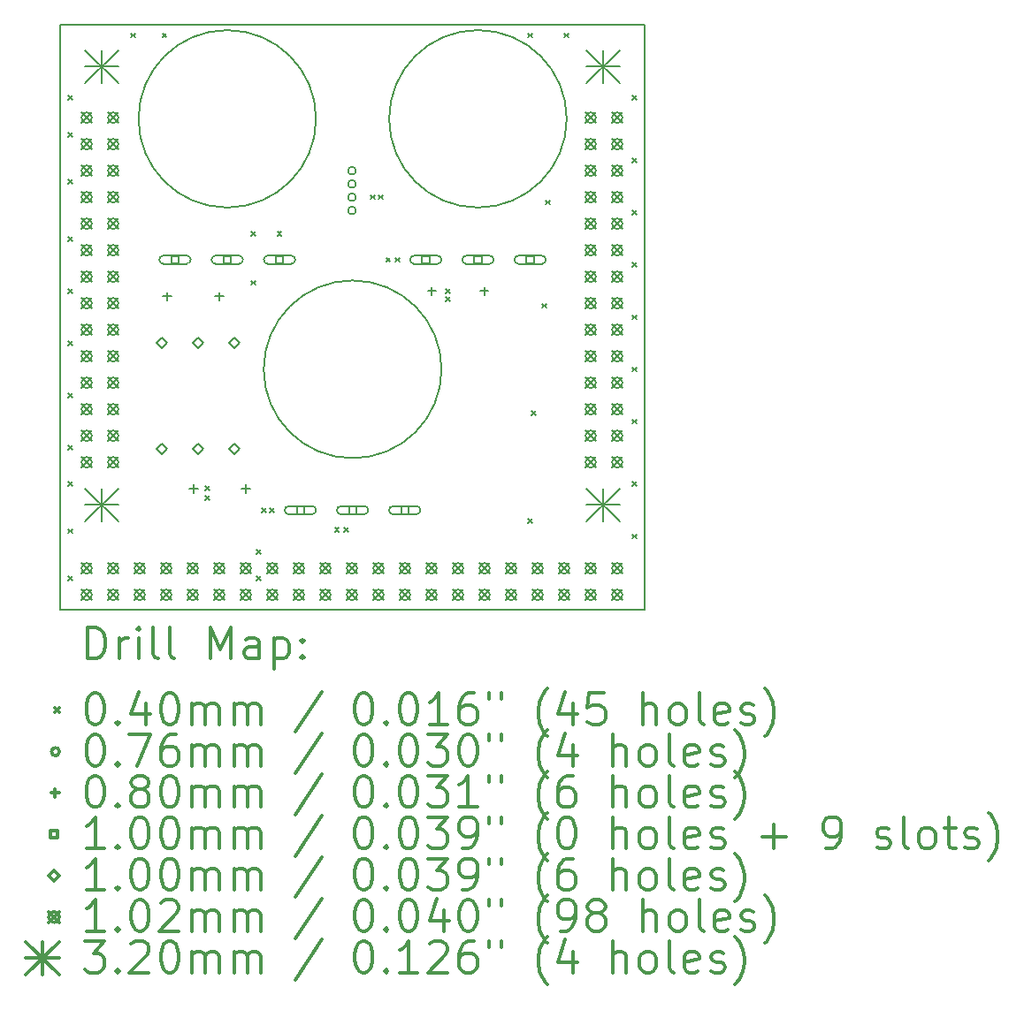
<source format=gbr>
%FSLAX45Y45*%
G04 Gerber Fmt 4.5, Leading zero omitted, Abs format (unit mm)*
G04 Created by KiCad (PCBNEW 4.0.2-stable) date 2016/12/18 4:07:29*
%MOMM*%
G01*
G04 APERTURE LIST*
%ADD10C,0.127000*%
%ADD11C,0.150000*%
%ADD12C,0.200000*%
%ADD13C,0.300000*%
G04 APERTURE END LIST*
D10*
D11*
X13651469Y-8300000D02*
G75*
G03X13651469Y-8300000I-851469J0D01*
G01*
X14850000Y-5900000D02*
G75*
G03X14850000Y-5900000I-850000J0D01*
G01*
X12450000Y-5900000D02*
G75*
G03X12450000Y-5900000I-850000J0D01*
G01*
X10000000Y-10600000D02*
X10000000Y-5000000D01*
X15600000Y-10600000D02*
X10000000Y-10600000D01*
X15600000Y-5000000D02*
X15600000Y-10600000D01*
X10000000Y-5000000D02*
X15600000Y-5000000D01*
D12*
X10080000Y-5680000D02*
X10120000Y-5720000D01*
X10120000Y-5680000D02*
X10080000Y-5720000D01*
X10080000Y-6030000D02*
X10120000Y-6070000D01*
X10120000Y-6030000D02*
X10080000Y-6070000D01*
X10080000Y-6480000D02*
X10120000Y-6520000D01*
X10120000Y-6480000D02*
X10080000Y-6520000D01*
X10080000Y-7030000D02*
X10120000Y-7070000D01*
X10120000Y-7030000D02*
X10080000Y-7070000D01*
X10080000Y-7530000D02*
X10120000Y-7570000D01*
X10120000Y-7530000D02*
X10080000Y-7570000D01*
X10080000Y-8030000D02*
X10120000Y-8070000D01*
X10120000Y-8030000D02*
X10080000Y-8070000D01*
X10080000Y-8530000D02*
X10120000Y-8570000D01*
X10120000Y-8530000D02*
X10080000Y-8570000D01*
X10080000Y-9030000D02*
X10120000Y-9070000D01*
X10120000Y-9030000D02*
X10080000Y-9070000D01*
X10080000Y-9380000D02*
X10120000Y-9420000D01*
X10120000Y-9380000D02*
X10080000Y-9420000D01*
X10080000Y-9830000D02*
X10120000Y-9870000D01*
X10120000Y-9830000D02*
X10080000Y-9870000D01*
X10080000Y-10280000D02*
X10120000Y-10320000D01*
X10120000Y-10280000D02*
X10080000Y-10320000D01*
X10680000Y-5080000D02*
X10720000Y-5120000D01*
X10720000Y-5080000D02*
X10680000Y-5120000D01*
X10980000Y-5080000D02*
X11020000Y-5120000D01*
X11020000Y-5080000D02*
X10980000Y-5120000D01*
X11390000Y-9420000D02*
X11430000Y-9460000D01*
X11430000Y-9420000D02*
X11390000Y-9460000D01*
X11390000Y-9510000D02*
X11430000Y-9550000D01*
X11430000Y-9510000D02*
X11390000Y-9550000D01*
X11830000Y-6980000D02*
X11870000Y-7020000D01*
X11870000Y-6980000D02*
X11830000Y-7020000D01*
X11830000Y-7450000D02*
X11870000Y-7490000D01*
X11870000Y-7450000D02*
X11830000Y-7490000D01*
X11880000Y-10030000D02*
X11920000Y-10070000D01*
X11920000Y-10030000D02*
X11880000Y-10070000D01*
X11880000Y-10280000D02*
X11920000Y-10320000D01*
X11920000Y-10280000D02*
X11880000Y-10320000D01*
X11930000Y-9630000D02*
X11970000Y-9670000D01*
X11970000Y-9630000D02*
X11930000Y-9670000D01*
X12010000Y-9630000D02*
X12050000Y-9670000D01*
X12050000Y-9630000D02*
X12010000Y-9670000D01*
X12080000Y-6980000D02*
X12120000Y-7020000D01*
X12120000Y-6980000D02*
X12080000Y-7020000D01*
X12630000Y-9820000D02*
X12670000Y-9860000D01*
X12670000Y-9820000D02*
X12630000Y-9860000D01*
X12720000Y-9820000D02*
X12760000Y-9860000D01*
X12760000Y-9820000D02*
X12720000Y-9860000D01*
X12970000Y-6630000D02*
X13010000Y-6670000D01*
X13010000Y-6630000D02*
X12970000Y-6670000D01*
X13050000Y-6630000D02*
X13090000Y-6670000D01*
X13090000Y-6630000D02*
X13050000Y-6670000D01*
X13120000Y-7230000D02*
X13160000Y-7270000D01*
X13160000Y-7230000D02*
X13120000Y-7270000D01*
X13210000Y-7230000D02*
X13250000Y-7270000D01*
X13250000Y-7230000D02*
X13210000Y-7270000D01*
X13690000Y-7530000D02*
X13730000Y-7570000D01*
X13730000Y-7530000D02*
X13690000Y-7570000D01*
X13690000Y-7610000D02*
X13730000Y-7650000D01*
X13730000Y-7610000D02*
X13690000Y-7650000D01*
X14480000Y-5080000D02*
X14520000Y-5120000D01*
X14520000Y-5080000D02*
X14480000Y-5120000D01*
X14480000Y-9730000D02*
X14520000Y-9770000D01*
X14520000Y-9730000D02*
X14480000Y-9770000D01*
X14515000Y-8700000D02*
X14555000Y-8740000D01*
X14555000Y-8700000D02*
X14515000Y-8740000D01*
X14614998Y-7670000D02*
X14654998Y-7710000D01*
X14654998Y-7670000D02*
X14614998Y-7710000D01*
X14650000Y-6680000D02*
X14690000Y-6720000D01*
X14690000Y-6680000D02*
X14650000Y-6720000D01*
X14830000Y-5080000D02*
X14870000Y-5120000D01*
X14870000Y-5080000D02*
X14830000Y-5120000D01*
X15480000Y-5680000D02*
X15520000Y-5720000D01*
X15520000Y-5680000D02*
X15480000Y-5720000D01*
X15480000Y-6280000D02*
X15520000Y-6320000D01*
X15520000Y-6280000D02*
X15480000Y-6320000D01*
X15480000Y-6780000D02*
X15520000Y-6820000D01*
X15520000Y-6780000D02*
X15480000Y-6820000D01*
X15480000Y-7280000D02*
X15520000Y-7320000D01*
X15520000Y-7280000D02*
X15480000Y-7320000D01*
X15480000Y-7780000D02*
X15520000Y-7820000D01*
X15520000Y-7780000D02*
X15480000Y-7820000D01*
X15480000Y-8280000D02*
X15520000Y-8320000D01*
X15520000Y-8280000D02*
X15480000Y-8320000D01*
X15480000Y-8780000D02*
X15520000Y-8820000D01*
X15520000Y-8780000D02*
X15480000Y-8820000D01*
X15480000Y-9380000D02*
X15520000Y-9420000D01*
X15520000Y-9380000D02*
X15480000Y-9420000D01*
X15480000Y-9880000D02*
X15520000Y-9920000D01*
X15520000Y-9880000D02*
X15480000Y-9920000D01*
X12832100Y-6397000D02*
G75*
G03X12832100Y-6397000I-38100J0D01*
G01*
X12832100Y-6524000D02*
G75*
G03X12832100Y-6524000I-38100J0D01*
G01*
X12832100Y-6651000D02*
G75*
G03X12832100Y-6651000I-38100J0D01*
G01*
X12832100Y-6778000D02*
G75*
G03X12832100Y-6778000I-38100J0D01*
G01*
X11024000Y-7560000D02*
X11024000Y-7640000D01*
X10984000Y-7600000D02*
X11064000Y-7600000D01*
X11278000Y-9405000D02*
X11278000Y-9485000D01*
X11238000Y-9445000D02*
X11318000Y-9445000D01*
X11524000Y-7560000D02*
X11524000Y-7640000D01*
X11484000Y-7600000D02*
X11564000Y-7600000D01*
X11778000Y-9405000D02*
X11778000Y-9485000D01*
X11738000Y-9445000D02*
X11818000Y-9445000D01*
X13560000Y-7510000D02*
X13560000Y-7590000D01*
X13520000Y-7550000D02*
X13600000Y-7550000D01*
X14060000Y-7510000D02*
X14060000Y-7590000D01*
X14020000Y-7550000D02*
X14100000Y-7550000D01*
X11135356Y-7285356D02*
X11135356Y-7214644D01*
X11064644Y-7214644D01*
X11064644Y-7285356D01*
X11135356Y-7285356D01*
X11210000Y-7210000D02*
X10990000Y-7210000D01*
X11210000Y-7290000D02*
X10990000Y-7290000D01*
X10990000Y-7210000D02*
G75*
G03X10990000Y-7290000I0J-40000D01*
G01*
X11210000Y-7290000D02*
G75*
G03X11210000Y-7210000I0J40000D01*
G01*
X11635356Y-7285356D02*
X11635356Y-7214644D01*
X11564644Y-7214644D01*
X11564644Y-7285356D01*
X11635356Y-7285356D01*
X11710000Y-7210000D02*
X11490000Y-7210000D01*
X11710000Y-7290000D02*
X11490000Y-7290000D01*
X11490000Y-7210000D02*
G75*
G03X11490000Y-7290000I0J-40000D01*
G01*
X11710000Y-7290000D02*
G75*
G03X11710000Y-7210000I0J40000D01*
G01*
X12135356Y-7285356D02*
X12135356Y-7214644D01*
X12064644Y-7214644D01*
X12064644Y-7285356D01*
X12135356Y-7285356D01*
X12210000Y-7210000D02*
X11990000Y-7210000D01*
X12210000Y-7290000D02*
X11990000Y-7290000D01*
X11990000Y-7210000D02*
G75*
G03X11990000Y-7290000I0J-40000D01*
G01*
X12210000Y-7290000D02*
G75*
G03X12210000Y-7210000I0J40000D01*
G01*
X12335356Y-9685356D02*
X12335356Y-9614644D01*
X12264644Y-9614644D01*
X12264644Y-9685356D01*
X12335356Y-9685356D01*
X12410000Y-9610000D02*
X12190000Y-9610000D01*
X12410000Y-9690000D02*
X12190000Y-9690000D01*
X12190000Y-9610000D02*
G75*
G03X12190000Y-9690000I0J-40000D01*
G01*
X12410000Y-9690000D02*
G75*
G03X12410000Y-9610000I0J40000D01*
G01*
X12835356Y-9685356D02*
X12835356Y-9614644D01*
X12764644Y-9614644D01*
X12764644Y-9685356D01*
X12835356Y-9685356D01*
X12910000Y-9610000D02*
X12690000Y-9610000D01*
X12910000Y-9690000D02*
X12690000Y-9690000D01*
X12690000Y-9610000D02*
G75*
G03X12690000Y-9690000I0J-40000D01*
G01*
X12910000Y-9690000D02*
G75*
G03X12910000Y-9610000I0J40000D01*
G01*
X13335356Y-9685356D02*
X13335356Y-9614644D01*
X13264644Y-9614644D01*
X13264644Y-9685356D01*
X13335356Y-9685356D01*
X13410000Y-9610000D02*
X13190000Y-9610000D01*
X13410000Y-9690000D02*
X13190000Y-9690000D01*
X13190000Y-9610000D02*
G75*
G03X13190000Y-9690000I0J-40000D01*
G01*
X13410000Y-9690000D02*
G75*
G03X13410000Y-9610000I0J40000D01*
G01*
X13535356Y-7285356D02*
X13535356Y-7214644D01*
X13464644Y-7214644D01*
X13464644Y-7285356D01*
X13535356Y-7285356D01*
X13610000Y-7210000D02*
X13390000Y-7210000D01*
X13610000Y-7290000D02*
X13390000Y-7290000D01*
X13390000Y-7210000D02*
G75*
G03X13390000Y-7290000I0J-40000D01*
G01*
X13610000Y-7290000D02*
G75*
G03X13610000Y-7210000I0J40000D01*
G01*
X14035356Y-7285356D02*
X14035356Y-7214644D01*
X13964644Y-7214644D01*
X13964644Y-7285356D01*
X14035356Y-7285356D01*
X14110000Y-7210000D02*
X13890000Y-7210000D01*
X14110000Y-7290000D02*
X13890000Y-7290000D01*
X13890000Y-7210000D02*
G75*
G03X13890000Y-7290000I0J-40000D01*
G01*
X14110000Y-7290000D02*
G75*
G03X14110000Y-7210000I0J40000D01*
G01*
X14535356Y-7285356D02*
X14535356Y-7214644D01*
X14464644Y-7214644D01*
X14464644Y-7285356D01*
X14535356Y-7285356D01*
X14610000Y-7210000D02*
X14390000Y-7210000D01*
X14610000Y-7290000D02*
X14390000Y-7290000D01*
X14390000Y-7210000D02*
G75*
G03X14390000Y-7290000I0J-40000D01*
G01*
X14610000Y-7290000D02*
G75*
G03X14610000Y-7210000I0J40000D01*
G01*
X10970000Y-8100038D02*
X11020038Y-8050000D01*
X10970000Y-7999962D01*
X10919962Y-8050000D01*
X10970000Y-8100038D01*
X10970000Y-9116038D02*
X11020038Y-9066000D01*
X10970000Y-9015962D01*
X10919962Y-9066000D01*
X10970000Y-9116038D01*
X11320000Y-8100038D02*
X11370038Y-8050000D01*
X11320000Y-7999962D01*
X11269962Y-8050000D01*
X11320000Y-8100038D01*
X11320000Y-9116038D02*
X11370038Y-9066000D01*
X11320000Y-9015962D01*
X11269962Y-9066000D01*
X11320000Y-9116038D01*
X11670000Y-8100038D02*
X11720038Y-8050000D01*
X11670000Y-7999962D01*
X11619962Y-8050000D01*
X11670000Y-8100038D01*
X11670000Y-9116038D02*
X11720038Y-9066000D01*
X11670000Y-9015962D01*
X11619962Y-9066000D01*
X11670000Y-9116038D01*
X10203200Y-5838200D02*
X10304800Y-5939800D01*
X10304800Y-5838200D02*
X10203200Y-5939800D01*
X10304800Y-5889000D02*
G75*
G03X10304800Y-5889000I-50800J0D01*
G01*
X10203200Y-6092200D02*
X10304800Y-6193800D01*
X10304800Y-6092200D02*
X10203200Y-6193800D01*
X10304800Y-6143000D02*
G75*
G03X10304800Y-6143000I-50800J0D01*
G01*
X10203200Y-6346200D02*
X10304800Y-6447800D01*
X10304800Y-6346200D02*
X10203200Y-6447800D01*
X10304800Y-6397000D02*
G75*
G03X10304800Y-6397000I-50800J0D01*
G01*
X10203200Y-6600200D02*
X10304800Y-6701800D01*
X10304800Y-6600200D02*
X10203200Y-6701800D01*
X10304800Y-6651000D02*
G75*
G03X10304800Y-6651000I-50800J0D01*
G01*
X10203200Y-6854200D02*
X10304800Y-6955800D01*
X10304800Y-6854200D02*
X10203200Y-6955800D01*
X10304800Y-6905000D02*
G75*
G03X10304800Y-6905000I-50800J0D01*
G01*
X10203200Y-7108200D02*
X10304800Y-7209800D01*
X10304800Y-7108200D02*
X10203200Y-7209800D01*
X10304800Y-7159000D02*
G75*
G03X10304800Y-7159000I-50800J0D01*
G01*
X10203200Y-7362200D02*
X10304800Y-7463800D01*
X10304800Y-7362200D02*
X10203200Y-7463800D01*
X10304800Y-7413000D02*
G75*
G03X10304800Y-7413000I-50800J0D01*
G01*
X10203200Y-7616200D02*
X10304800Y-7717800D01*
X10304800Y-7616200D02*
X10203200Y-7717800D01*
X10304800Y-7667000D02*
G75*
G03X10304800Y-7667000I-50800J0D01*
G01*
X10203200Y-7870200D02*
X10304800Y-7971800D01*
X10304800Y-7870200D02*
X10203200Y-7971800D01*
X10304800Y-7921000D02*
G75*
G03X10304800Y-7921000I-50800J0D01*
G01*
X10203200Y-8124200D02*
X10304800Y-8225800D01*
X10304800Y-8124200D02*
X10203200Y-8225800D01*
X10304800Y-8175000D02*
G75*
G03X10304800Y-8175000I-50800J0D01*
G01*
X10203200Y-8378200D02*
X10304800Y-8479800D01*
X10304800Y-8378200D02*
X10203200Y-8479800D01*
X10304800Y-8429000D02*
G75*
G03X10304800Y-8429000I-50800J0D01*
G01*
X10203200Y-8632200D02*
X10304800Y-8733800D01*
X10304800Y-8632200D02*
X10203200Y-8733800D01*
X10304800Y-8683000D02*
G75*
G03X10304800Y-8683000I-50800J0D01*
G01*
X10203200Y-8886200D02*
X10304800Y-8987800D01*
X10304800Y-8886200D02*
X10203200Y-8987800D01*
X10304800Y-8937000D02*
G75*
G03X10304800Y-8937000I-50800J0D01*
G01*
X10203200Y-9140200D02*
X10304800Y-9241800D01*
X10304800Y-9140200D02*
X10203200Y-9241800D01*
X10304800Y-9191000D02*
G75*
G03X10304800Y-9191000I-50800J0D01*
G01*
X10203200Y-10156200D02*
X10304800Y-10257800D01*
X10304800Y-10156200D02*
X10203200Y-10257800D01*
X10304800Y-10207000D02*
G75*
G03X10304800Y-10207000I-50800J0D01*
G01*
X10203200Y-10410200D02*
X10304800Y-10511800D01*
X10304800Y-10410200D02*
X10203200Y-10511800D01*
X10304800Y-10461000D02*
G75*
G03X10304800Y-10461000I-50800J0D01*
G01*
X10457200Y-5838200D02*
X10558800Y-5939800D01*
X10558800Y-5838200D02*
X10457200Y-5939800D01*
X10558800Y-5889000D02*
G75*
G03X10558800Y-5889000I-50800J0D01*
G01*
X10457200Y-6092200D02*
X10558800Y-6193800D01*
X10558800Y-6092200D02*
X10457200Y-6193800D01*
X10558800Y-6143000D02*
G75*
G03X10558800Y-6143000I-50800J0D01*
G01*
X10457200Y-6346200D02*
X10558800Y-6447800D01*
X10558800Y-6346200D02*
X10457200Y-6447800D01*
X10558800Y-6397000D02*
G75*
G03X10558800Y-6397000I-50800J0D01*
G01*
X10457200Y-6600200D02*
X10558800Y-6701800D01*
X10558800Y-6600200D02*
X10457200Y-6701800D01*
X10558800Y-6651000D02*
G75*
G03X10558800Y-6651000I-50800J0D01*
G01*
X10457200Y-6854200D02*
X10558800Y-6955800D01*
X10558800Y-6854200D02*
X10457200Y-6955800D01*
X10558800Y-6905000D02*
G75*
G03X10558800Y-6905000I-50800J0D01*
G01*
X10457200Y-7108200D02*
X10558800Y-7209800D01*
X10558800Y-7108200D02*
X10457200Y-7209800D01*
X10558800Y-7159000D02*
G75*
G03X10558800Y-7159000I-50800J0D01*
G01*
X10457200Y-7362200D02*
X10558800Y-7463800D01*
X10558800Y-7362200D02*
X10457200Y-7463800D01*
X10558800Y-7413000D02*
G75*
G03X10558800Y-7413000I-50800J0D01*
G01*
X10457200Y-7616200D02*
X10558800Y-7717800D01*
X10558800Y-7616200D02*
X10457200Y-7717800D01*
X10558800Y-7667000D02*
G75*
G03X10558800Y-7667000I-50800J0D01*
G01*
X10457200Y-7870200D02*
X10558800Y-7971800D01*
X10558800Y-7870200D02*
X10457200Y-7971800D01*
X10558800Y-7921000D02*
G75*
G03X10558800Y-7921000I-50800J0D01*
G01*
X10457200Y-8124200D02*
X10558800Y-8225800D01*
X10558800Y-8124200D02*
X10457200Y-8225800D01*
X10558800Y-8175000D02*
G75*
G03X10558800Y-8175000I-50800J0D01*
G01*
X10457200Y-8378200D02*
X10558800Y-8479800D01*
X10558800Y-8378200D02*
X10457200Y-8479800D01*
X10558800Y-8429000D02*
G75*
G03X10558800Y-8429000I-50800J0D01*
G01*
X10457200Y-8632200D02*
X10558800Y-8733800D01*
X10558800Y-8632200D02*
X10457200Y-8733800D01*
X10558800Y-8683000D02*
G75*
G03X10558800Y-8683000I-50800J0D01*
G01*
X10457200Y-8886200D02*
X10558800Y-8987800D01*
X10558800Y-8886200D02*
X10457200Y-8987800D01*
X10558800Y-8937000D02*
G75*
G03X10558800Y-8937000I-50800J0D01*
G01*
X10457200Y-9140200D02*
X10558800Y-9241800D01*
X10558800Y-9140200D02*
X10457200Y-9241800D01*
X10558800Y-9191000D02*
G75*
G03X10558800Y-9191000I-50800J0D01*
G01*
X10457200Y-10156200D02*
X10558800Y-10257800D01*
X10558800Y-10156200D02*
X10457200Y-10257800D01*
X10558800Y-10207000D02*
G75*
G03X10558800Y-10207000I-50800J0D01*
G01*
X10457200Y-10410200D02*
X10558800Y-10511800D01*
X10558800Y-10410200D02*
X10457200Y-10511800D01*
X10558800Y-10461000D02*
G75*
G03X10558800Y-10461000I-50800J0D01*
G01*
X10711200Y-10156200D02*
X10812800Y-10257800D01*
X10812800Y-10156200D02*
X10711200Y-10257800D01*
X10812800Y-10207000D02*
G75*
G03X10812800Y-10207000I-50800J0D01*
G01*
X10711200Y-10410200D02*
X10812800Y-10511800D01*
X10812800Y-10410200D02*
X10711200Y-10511800D01*
X10812800Y-10461000D02*
G75*
G03X10812800Y-10461000I-50800J0D01*
G01*
X10965200Y-10156200D02*
X11066800Y-10257800D01*
X11066800Y-10156200D02*
X10965200Y-10257800D01*
X11066800Y-10207000D02*
G75*
G03X11066800Y-10207000I-50800J0D01*
G01*
X10965200Y-10410200D02*
X11066800Y-10511800D01*
X11066800Y-10410200D02*
X10965200Y-10511800D01*
X11066800Y-10461000D02*
G75*
G03X11066800Y-10461000I-50800J0D01*
G01*
X11219200Y-10156200D02*
X11320800Y-10257800D01*
X11320800Y-10156200D02*
X11219200Y-10257800D01*
X11320800Y-10207000D02*
G75*
G03X11320800Y-10207000I-50800J0D01*
G01*
X11219200Y-10410200D02*
X11320800Y-10511800D01*
X11320800Y-10410200D02*
X11219200Y-10511800D01*
X11320800Y-10461000D02*
G75*
G03X11320800Y-10461000I-50800J0D01*
G01*
X11473200Y-10156200D02*
X11574800Y-10257800D01*
X11574800Y-10156200D02*
X11473200Y-10257800D01*
X11574800Y-10207000D02*
G75*
G03X11574800Y-10207000I-50800J0D01*
G01*
X11473200Y-10410200D02*
X11574800Y-10511800D01*
X11574800Y-10410200D02*
X11473200Y-10511800D01*
X11574800Y-10461000D02*
G75*
G03X11574800Y-10461000I-50800J0D01*
G01*
X11727200Y-10156200D02*
X11828800Y-10257800D01*
X11828800Y-10156200D02*
X11727200Y-10257800D01*
X11828800Y-10207000D02*
G75*
G03X11828800Y-10207000I-50800J0D01*
G01*
X11727200Y-10410200D02*
X11828800Y-10511800D01*
X11828800Y-10410200D02*
X11727200Y-10511800D01*
X11828800Y-10461000D02*
G75*
G03X11828800Y-10461000I-50800J0D01*
G01*
X11981200Y-10156200D02*
X12082800Y-10257800D01*
X12082800Y-10156200D02*
X11981200Y-10257800D01*
X12082800Y-10207000D02*
G75*
G03X12082800Y-10207000I-50800J0D01*
G01*
X11981200Y-10410200D02*
X12082800Y-10511800D01*
X12082800Y-10410200D02*
X11981200Y-10511800D01*
X12082800Y-10461000D02*
G75*
G03X12082800Y-10461000I-50800J0D01*
G01*
X12235200Y-10156200D02*
X12336800Y-10257800D01*
X12336800Y-10156200D02*
X12235200Y-10257800D01*
X12336800Y-10207000D02*
G75*
G03X12336800Y-10207000I-50800J0D01*
G01*
X12235200Y-10410200D02*
X12336800Y-10511800D01*
X12336800Y-10410200D02*
X12235200Y-10511800D01*
X12336800Y-10461000D02*
G75*
G03X12336800Y-10461000I-50800J0D01*
G01*
X12489200Y-10156200D02*
X12590800Y-10257800D01*
X12590800Y-10156200D02*
X12489200Y-10257800D01*
X12590800Y-10207000D02*
G75*
G03X12590800Y-10207000I-50800J0D01*
G01*
X12489200Y-10410200D02*
X12590800Y-10511800D01*
X12590800Y-10410200D02*
X12489200Y-10511800D01*
X12590800Y-10461000D02*
G75*
G03X12590800Y-10461000I-50800J0D01*
G01*
X12743200Y-10156200D02*
X12844800Y-10257800D01*
X12844800Y-10156200D02*
X12743200Y-10257800D01*
X12844800Y-10207000D02*
G75*
G03X12844800Y-10207000I-50800J0D01*
G01*
X12743200Y-10410200D02*
X12844800Y-10511800D01*
X12844800Y-10410200D02*
X12743200Y-10511800D01*
X12844800Y-10461000D02*
G75*
G03X12844800Y-10461000I-50800J0D01*
G01*
X12997200Y-10156200D02*
X13098800Y-10257800D01*
X13098800Y-10156200D02*
X12997200Y-10257800D01*
X13098800Y-10207000D02*
G75*
G03X13098800Y-10207000I-50800J0D01*
G01*
X12997200Y-10410200D02*
X13098800Y-10511800D01*
X13098800Y-10410200D02*
X12997200Y-10511800D01*
X13098800Y-10461000D02*
G75*
G03X13098800Y-10461000I-50800J0D01*
G01*
X13251200Y-10156200D02*
X13352800Y-10257800D01*
X13352800Y-10156200D02*
X13251200Y-10257800D01*
X13352800Y-10207000D02*
G75*
G03X13352800Y-10207000I-50800J0D01*
G01*
X13251200Y-10410200D02*
X13352800Y-10511800D01*
X13352800Y-10410200D02*
X13251200Y-10511800D01*
X13352800Y-10461000D02*
G75*
G03X13352800Y-10461000I-50800J0D01*
G01*
X13505200Y-10156200D02*
X13606800Y-10257800D01*
X13606800Y-10156200D02*
X13505200Y-10257800D01*
X13606800Y-10207000D02*
G75*
G03X13606800Y-10207000I-50800J0D01*
G01*
X13505200Y-10410200D02*
X13606800Y-10511800D01*
X13606800Y-10410200D02*
X13505200Y-10511800D01*
X13606800Y-10461000D02*
G75*
G03X13606800Y-10461000I-50800J0D01*
G01*
X13759200Y-10156200D02*
X13860800Y-10257800D01*
X13860800Y-10156200D02*
X13759200Y-10257800D01*
X13860800Y-10207000D02*
G75*
G03X13860800Y-10207000I-50800J0D01*
G01*
X13759200Y-10410200D02*
X13860800Y-10511800D01*
X13860800Y-10410200D02*
X13759200Y-10511800D01*
X13860800Y-10461000D02*
G75*
G03X13860800Y-10461000I-50800J0D01*
G01*
X14013200Y-10156200D02*
X14114800Y-10257800D01*
X14114800Y-10156200D02*
X14013200Y-10257800D01*
X14114800Y-10207000D02*
G75*
G03X14114800Y-10207000I-50800J0D01*
G01*
X14013200Y-10410200D02*
X14114800Y-10511800D01*
X14114800Y-10410200D02*
X14013200Y-10511800D01*
X14114800Y-10461000D02*
G75*
G03X14114800Y-10461000I-50800J0D01*
G01*
X14267200Y-10156200D02*
X14368800Y-10257800D01*
X14368800Y-10156200D02*
X14267200Y-10257800D01*
X14368800Y-10207000D02*
G75*
G03X14368800Y-10207000I-50800J0D01*
G01*
X14267200Y-10410200D02*
X14368800Y-10511800D01*
X14368800Y-10410200D02*
X14267200Y-10511800D01*
X14368800Y-10461000D02*
G75*
G03X14368800Y-10461000I-50800J0D01*
G01*
X14521200Y-10156200D02*
X14622800Y-10257800D01*
X14622800Y-10156200D02*
X14521200Y-10257800D01*
X14622800Y-10207000D02*
G75*
G03X14622800Y-10207000I-50800J0D01*
G01*
X14521200Y-10410200D02*
X14622800Y-10511800D01*
X14622800Y-10410200D02*
X14521200Y-10511800D01*
X14622800Y-10461000D02*
G75*
G03X14622800Y-10461000I-50800J0D01*
G01*
X14775200Y-10156200D02*
X14876800Y-10257800D01*
X14876800Y-10156200D02*
X14775200Y-10257800D01*
X14876800Y-10207000D02*
G75*
G03X14876800Y-10207000I-50800J0D01*
G01*
X14775200Y-10410200D02*
X14876800Y-10511800D01*
X14876800Y-10410200D02*
X14775200Y-10511800D01*
X14876800Y-10461000D02*
G75*
G03X14876800Y-10461000I-50800J0D01*
G01*
X15029200Y-5838200D02*
X15130800Y-5939800D01*
X15130800Y-5838200D02*
X15029200Y-5939800D01*
X15130800Y-5889000D02*
G75*
G03X15130800Y-5889000I-50800J0D01*
G01*
X15029200Y-6092200D02*
X15130800Y-6193800D01*
X15130800Y-6092200D02*
X15029200Y-6193800D01*
X15130800Y-6143000D02*
G75*
G03X15130800Y-6143000I-50800J0D01*
G01*
X15029200Y-6346200D02*
X15130800Y-6447800D01*
X15130800Y-6346200D02*
X15029200Y-6447800D01*
X15130800Y-6397000D02*
G75*
G03X15130800Y-6397000I-50800J0D01*
G01*
X15029200Y-6600200D02*
X15130800Y-6701800D01*
X15130800Y-6600200D02*
X15029200Y-6701800D01*
X15130800Y-6651000D02*
G75*
G03X15130800Y-6651000I-50800J0D01*
G01*
X15029200Y-6854200D02*
X15130800Y-6955800D01*
X15130800Y-6854200D02*
X15029200Y-6955800D01*
X15130800Y-6905000D02*
G75*
G03X15130800Y-6905000I-50800J0D01*
G01*
X15029200Y-7108200D02*
X15130800Y-7209800D01*
X15130800Y-7108200D02*
X15029200Y-7209800D01*
X15130800Y-7159000D02*
G75*
G03X15130800Y-7159000I-50800J0D01*
G01*
X15029200Y-7362200D02*
X15130800Y-7463800D01*
X15130800Y-7362200D02*
X15029200Y-7463800D01*
X15130800Y-7413000D02*
G75*
G03X15130800Y-7413000I-50800J0D01*
G01*
X15029200Y-7616200D02*
X15130800Y-7717800D01*
X15130800Y-7616200D02*
X15029200Y-7717800D01*
X15130800Y-7667000D02*
G75*
G03X15130800Y-7667000I-50800J0D01*
G01*
X15029200Y-7870200D02*
X15130800Y-7971800D01*
X15130800Y-7870200D02*
X15029200Y-7971800D01*
X15130800Y-7921000D02*
G75*
G03X15130800Y-7921000I-50800J0D01*
G01*
X15029200Y-8124200D02*
X15130800Y-8225800D01*
X15130800Y-8124200D02*
X15029200Y-8225800D01*
X15130800Y-8175000D02*
G75*
G03X15130800Y-8175000I-50800J0D01*
G01*
X15029200Y-8378200D02*
X15130800Y-8479800D01*
X15130800Y-8378200D02*
X15029200Y-8479800D01*
X15130800Y-8429000D02*
G75*
G03X15130800Y-8429000I-50800J0D01*
G01*
X15029200Y-8632200D02*
X15130800Y-8733800D01*
X15130800Y-8632200D02*
X15029200Y-8733800D01*
X15130800Y-8683000D02*
G75*
G03X15130800Y-8683000I-50800J0D01*
G01*
X15029200Y-8886200D02*
X15130800Y-8987800D01*
X15130800Y-8886200D02*
X15029200Y-8987800D01*
X15130800Y-8937000D02*
G75*
G03X15130800Y-8937000I-50800J0D01*
G01*
X15029200Y-9140200D02*
X15130800Y-9241800D01*
X15130800Y-9140200D02*
X15029200Y-9241800D01*
X15130800Y-9191000D02*
G75*
G03X15130800Y-9191000I-50800J0D01*
G01*
X15029200Y-10156200D02*
X15130800Y-10257800D01*
X15130800Y-10156200D02*
X15029200Y-10257800D01*
X15130800Y-10207000D02*
G75*
G03X15130800Y-10207000I-50800J0D01*
G01*
X15029200Y-10410200D02*
X15130800Y-10511800D01*
X15130800Y-10410200D02*
X15029200Y-10511800D01*
X15130800Y-10461000D02*
G75*
G03X15130800Y-10461000I-50800J0D01*
G01*
X15283200Y-5838200D02*
X15384800Y-5939800D01*
X15384800Y-5838200D02*
X15283200Y-5939800D01*
X15384800Y-5889000D02*
G75*
G03X15384800Y-5889000I-50800J0D01*
G01*
X15283200Y-6092200D02*
X15384800Y-6193800D01*
X15384800Y-6092200D02*
X15283200Y-6193800D01*
X15384800Y-6143000D02*
G75*
G03X15384800Y-6143000I-50800J0D01*
G01*
X15283200Y-6346200D02*
X15384800Y-6447800D01*
X15384800Y-6346200D02*
X15283200Y-6447800D01*
X15384800Y-6397000D02*
G75*
G03X15384800Y-6397000I-50800J0D01*
G01*
X15283200Y-6600200D02*
X15384800Y-6701800D01*
X15384800Y-6600200D02*
X15283200Y-6701800D01*
X15384800Y-6651000D02*
G75*
G03X15384800Y-6651000I-50800J0D01*
G01*
X15283200Y-6854200D02*
X15384800Y-6955800D01*
X15384800Y-6854200D02*
X15283200Y-6955800D01*
X15384800Y-6905000D02*
G75*
G03X15384800Y-6905000I-50800J0D01*
G01*
X15283200Y-7108200D02*
X15384800Y-7209800D01*
X15384800Y-7108200D02*
X15283200Y-7209800D01*
X15384800Y-7159000D02*
G75*
G03X15384800Y-7159000I-50800J0D01*
G01*
X15283200Y-7362200D02*
X15384800Y-7463800D01*
X15384800Y-7362200D02*
X15283200Y-7463800D01*
X15384800Y-7413000D02*
G75*
G03X15384800Y-7413000I-50800J0D01*
G01*
X15283200Y-7616200D02*
X15384800Y-7717800D01*
X15384800Y-7616200D02*
X15283200Y-7717800D01*
X15384800Y-7667000D02*
G75*
G03X15384800Y-7667000I-50800J0D01*
G01*
X15283200Y-7870200D02*
X15384800Y-7971800D01*
X15384800Y-7870200D02*
X15283200Y-7971800D01*
X15384800Y-7921000D02*
G75*
G03X15384800Y-7921000I-50800J0D01*
G01*
X15283200Y-8124200D02*
X15384800Y-8225800D01*
X15384800Y-8124200D02*
X15283200Y-8225800D01*
X15384800Y-8175000D02*
G75*
G03X15384800Y-8175000I-50800J0D01*
G01*
X15283200Y-8378200D02*
X15384800Y-8479800D01*
X15384800Y-8378200D02*
X15283200Y-8479800D01*
X15384800Y-8429000D02*
G75*
G03X15384800Y-8429000I-50800J0D01*
G01*
X15283200Y-8632200D02*
X15384800Y-8733800D01*
X15384800Y-8632200D02*
X15283200Y-8733800D01*
X15384800Y-8683000D02*
G75*
G03X15384800Y-8683000I-50800J0D01*
G01*
X15283200Y-8886200D02*
X15384800Y-8987800D01*
X15384800Y-8886200D02*
X15283200Y-8987800D01*
X15384800Y-8937000D02*
G75*
G03X15384800Y-8937000I-50800J0D01*
G01*
X15283200Y-9140200D02*
X15384800Y-9241800D01*
X15384800Y-9140200D02*
X15283200Y-9241800D01*
X15384800Y-9191000D02*
G75*
G03X15384800Y-9191000I-50800J0D01*
G01*
X15283200Y-10156200D02*
X15384800Y-10257800D01*
X15384800Y-10156200D02*
X15283200Y-10257800D01*
X15384800Y-10207000D02*
G75*
G03X15384800Y-10207000I-50800J0D01*
G01*
X15283200Y-10410200D02*
X15384800Y-10511800D01*
X15384800Y-10410200D02*
X15283200Y-10511800D01*
X15384800Y-10461000D02*
G75*
G03X15384800Y-10461000I-50800J0D01*
G01*
X10240000Y-5240000D02*
X10560000Y-5560000D01*
X10560000Y-5240000D02*
X10240000Y-5560000D01*
X10400000Y-5240000D02*
X10400000Y-5560000D01*
X10240000Y-5400000D02*
X10560000Y-5400000D01*
X10240000Y-9440000D02*
X10560000Y-9760000D01*
X10560000Y-9440000D02*
X10240000Y-9760000D01*
X10400000Y-9440000D02*
X10400000Y-9760000D01*
X10240000Y-9600000D02*
X10560000Y-9600000D01*
X15040000Y-5240000D02*
X15360000Y-5560000D01*
X15360000Y-5240000D02*
X15040000Y-5560000D01*
X15200000Y-5240000D02*
X15200000Y-5560000D01*
X15040000Y-5400000D02*
X15360000Y-5400000D01*
X15040000Y-9440000D02*
X15360000Y-9760000D01*
X15360000Y-9440000D02*
X15040000Y-9760000D01*
X15200000Y-9440000D02*
X15200000Y-9760000D01*
X15040000Y-9600000D02*
X15360000Y-9600000D01*
D13*
X10263929Y-11073214D02*
X10263929Y-10773214D01*
X10335357Y-10773214D01*
X10378214Y-10787500D01*
X10406786Y-10816072D01*
X10421071Y-10844643D01*
X10435357Y-10901786D01*
X10435357Y-10944643D01*
X10421071Y-11001786D01*
X10406786Y-11030357D01*
X10378214Y-11058929D01*
X10335357Y-11073214D01*
X10263929Y-11073214D01*
X10563929Y-11073214D02*
X10563929Y-10873214D01*
X10563929Y-10930357D02*
X10578214Y-10901786D01*
X10592500Y-10887500D01*
X10621071Y-10873214D01*
X10649643Y-10873214D01*
X10749643Y-11073214D02*
X10749643Y-10873214D01*
X10749643Y-10773214D02*
X10735357Y-10787500D01*
X10749643Y-10801786D01*
X10763929Y-10787500D01*
X10749643Y-10773214D01*
X10749643Y-10801786D01*
X10935357Y-11073214D02*
X10906786Y-11058929D01*
X10892500Y-11030357D01*
X10892500Y-10773214D01*
X11092500Y-11073214D02*
X11063929Y-11058929D01*
X11049643Y-11030357D01*
X11049643Y-10773214D01*
X11435357Y-11073214D02*
X11435357Y-10773214D01*
X11535357Y-10987500D01*
X11635357Y-10773214D01*
X11635357Y-11073214D01*
X11906786Y-11073214D02*
X11906786Y-10916072D01*
X11892500Y-10887500D01*
X11863928Y-10873214D01*
X11806786Y-10873214D01*
X11778214Y-10887500D01*
X11906786Y-11058929D02*
X11878214Y-11073214D01*
X11806786Y-11073214D01*
X11778214Y-11058929D01*
X11763928Y-11030357D01*
X11763928Y-11001786D01*
X11778214Y-10973214D01*
X11806786Y-10958929D01*
X11878214Y-10958929D01*
X11906786Y-10944643D01*
X12049643Y-10873214D02*
X12049643Y-11173214D01*
X12049643Y-10887500D02*
X12078214Y-10873214D01*
X12135357Y-10873214D01*
X12163928Y-10887500D01*
X12178214Y-10901786D01*
X12192500Y-10930357D01*
X12192500Y-11016072D01*
X12178214Y-11044643D01*
X12163928Y-11058929D01*
X12135357Y-11073214D01*
X12078214Y-11073214D01*
X12049643Y-11058929D01*
X12321071Y-11044643D02*
X12335357Y-11058929D01*
X12321071Y-11073214D01*
X12306786Y-11058929D01*
X12321071Y-11044643D01*
X12321071Y-11073214D01*
X12321071Y-10887500D02*
X12335357Y-10901786D01*
X12321071Y-10916072D01*
X12306786Y-10901786D01*
X12321071Y-10887500D01*
X12321071Y-10916072D01*
X9952500Y-11547500D02*
X9992500Y-11587500D01*
X9992500Y-11547500D02*
X9952500Y-11587500D01*
X10321071Y-11403214D02*
X10349643Y-11403214D01*
X10378214Y-11417500D01*
X10392500Y-11431786D01*
X10406786Y-11460357D01*
X10421071Y-11517500D01*
X10421071Y-11588929D01*
X10406786Y-11646071D01*
X10392500Y-11674643D01*
X10378214Y-11688929D01*
X10349643Y-11703214D01*
X10321071Y-11703214D01*
X10292500Y-11688929D01*
X10278214Y-11674643D01*
X10263929Y-11646071D01*
X10249643Y-11588929D01*
X10249643Y-11517500D01*
X10263929Y-11460357D01*
X10278214Y-11431786D01*
X10292500Y-11417500D01*
X10321071Y-11403214D01*
X10549643Y-11674643D02*
X10563929Y-11688929D01*
X10549643Y-11703214D01*
X10535357Y-11688929D01*
X10549643Y-11674643D01*
X10549643Y-11703214D01*
X10821071Y-11503214D02*
X10821071Y-11703214D01*
X10749643Y-11388929D02*
X10678214Y-11603214D01*
X10863928Y-11603214D01*
X11035357Y-11403214D02*
X11063929Y-11403214D01*
X11092500Y-11417500D01*
X11106786Y-11431786D01*
X11121071Y-11460357D01*
X11135357Y-11517500D01*
X11135357Y-11588929D01*
X11121071Y-11646071D01*
X11106786Y-11674643D01*
X11092500Y-11688929D01*
X11063929Y-11703214D01*
X11035357Y-11703214D01*
X11006786Y-11688929D01*
X10992500Y-11674643D01*
X10978214Y-11646071D01*
X10963929Y-11588929D01*
X10963929Y-11517500D01*
X10978214Y-11460357D01*
X10992500Y-11431786D01*
X11006786Y-11417500D01*
X11035357Y-11403214D01*
X11263928Y-11703214D02*
X11263928Y-11503214D01*
X11263928Y-11531786D02*
X11278214Y-11517500D01*
X11306786Y-11503214D01*
X11349643Y-11503214D01*
X11378214Y-11517500D01*
X11392500Y-11546071D01*
X11392500Y-11703214D01*
X11392500Y-11546071D02*
X11406786Y-11517500D01*
X11435357Y-11503214D01*
X11478214Y-11503214D01*
X11506786Y-11517500D01*
X11521071Y-11546071D01*
X11521071Y-11703214D01*
X11663928Y-11703214D02*
X11663928Y-11503214D01*
X11663928Y-11531786D02*
X11678214Y-11517500D01*
X11706786Y-11503214D01*
X11749643Y-11503214D01*
X11778214Y-11517500D01*
X11792500Y-11546071D01*
X11792500Y-11703214D01*
X11792500Y-11546071D02*
X11806786Y-11517500D01*
X11835357Y-11503214D01*
X11878214Y-11503214D01*
X11906786Y-11517500D01*
X11921071Y-11546071D01*
X11921071Y-11703214D01*
X12506786Y-11388929D02*
X12249643Y-11774643D01*
X12892500Y-11403214D02*
X12921071Y-11403214D01*
X12949643Y-11417500D01*
X12963928Y-11431786D01*
X12978214Y-11460357D01*
X12992500Y-11517500D01*
X12992500Y-11588929D01*
X12978214Y-11646071D01*
X12963928Y-11674643D01*
X12949643Y-11688929D01*
X12921071Y-11703214D01*
X12892500Y-11703214D01*
X12863928Y-11688929D01*
X12849643Y-11674643D01*
X12835357Y-11646071D01*
X12821071Y-11588929D01*
X12821071Y-11517500D01*
X12835357Y-11460357D01*
X12849643Y-11431786D01*
X12863928Y-11417500D01*
X12892500Y-11403214D01*
X13121071Y-11674643D02*
X13135357Y-11688929D01*
X13121071Y-11703214D01*
X13106786Y-11688929D01*
X13121071Y-11674643D01*
X13121071Y-11703214D01*
X13321071Y-11403214D02*
X13349643Y-11403214D01*
X13378214Y-11417500D01*
X13392500Y-11431786D01*
X13406785Y-11460357D01*
X13421071Y-11517500D01*
X13421071Y-11588929D01*
X13406785Y-11646071D01*
X13392500Y-11674643D01*
X13378214Y-11688929D01*
X13349643Y-11703214D01*
X13321071Y-11703214D01*
X13292500Y-11688929D01*
X13278214Y-11674643D01*
X13263928Y-11646071D01*
X13249643Y-11588929D01*
X13249643Y-11517500D01*
X13263928Y-11460357D01*
X13278214Y-11431786D01*
X13292500Y-11417500D01*
X13321071Y-11403214D01*
X13706785Y-11703214D02*
X13535357Y-11703214D01*
X13621071Y-11703214D02*
X13621071Y-11403214D01*
X13592500Y-11446071D01*
X13563928Y-11474643D01*
X13535357Y-11488929D01*
X13963928Y-11403214D02*
X13906785Y-11403214D01*
X13878214Y-11417500D01*
X13863928Y-11431786D01*
X13835357Y-11474643D01*
X13821071Y-11531786D01*
X13821071Y-11646071D01*
X13835357Y-11674643D01*
X13849643Y-11688929D01*
X13878214Y-11703214D01*
X13935357Y-11703214D01*
X13963928Y-11688929D01*
X13978214Y-11674643D01*
X13992500Y-11646071D01*
X13992500Y-11574643D01*
X13978214Y-11546071D01*
X13963928Y-11531786D01*
X13935357Y-11517500D01*
X13878214Y-11517500D01*
X13849643Y-11531786D01*
X13835357Y-11546071D01*
X13821071Y-11574643D01*
X14106786Y-11403214D02*
X14106786Y-11460357D01*
X14221071Y-11403214D02*
X14221071Y-11460357D01*
X14663928Y-11817500D02*
X14649643Y-11803214D01*
X14621071Y-11760357D01*
X14606785Y-11731786D01*
X14592500Y-11688929D01*
X14578214Y-11617500D01*
X14578214Y-11560357D01*
X14592500Y-11488929D01*
X14606785Y-11446071D01*
X14621071Y-11417500D01*
X14649643Y-11374643D01*
X14663928Y-11360357D01*
X14906785Y-11503214D02*
X14906785Y-11703214D01*
X14835357Y-11388929D02*
X14763928Y-11603214D01*
X14949643Y-11603214D01*
X15206785Y-11403214D02*
X15063928Y-11403214D01*
X15049643Y-11546071D01*
X15063928Y-11531786D01*
X15092500Y-11517500D01*
X15163928Y-11517500D01*
X15192500Y-11531786D01*
X15206785Y-11546071D01*
X15221071Y-11574643D01*
X15221071Y-11646071D01*
X15206785Y-11674643D01*
X15192500Y-11688929D01*
X15163928Y-11703214D01*
X15092500Y-11703214D01*
X15063928Y-11688929D01*
X15049643Y-11674643D01*
X15578214Y-11703214D02*
X15578214Y-11403214D01*
X15706785Y-11703214D02*
X15706785Y-11546071D01*
X15692500Y-11517500D01*
X15663928Y-11503214D01*
X15621071Y-11503214D01*
X15592500Y-11517500D01*
X15578214Y-11531786D01*
X15892500Y-11703214D02*
X15863928Y-11688929D01*
X15849643Y-11674643D01*
X15835357Y-11646071D01*
X15835357Y-11560357D01*
X15849643Y-11531786D01*
X15863928Y-11517500D01*
X15892500Y-11503214D01*
X15935357Y-11503214D01*
X15963928Y-11517500D01*
X15978214Y-11531786D01*
X15992500Y-11560357D01*
X15992500Y-11646071D01*
X15978214Y-11674643D01*
X15963928Y-11688929D01*
X15935357Y-11703214D01*
X15892500Y-11703214D01*
X16163928Y-11703214D02*
X16135357Y-11688929D01*
X16121071Y-11660357D01*
X16121071Y-11403214D01*
X16392500Y-11688929D02*
X16363928Y-11703214D01*
X16306786Y-11703214D01*
X16278214Y-11688929D01*
X16263928Y-11660357D01*
X16263928Y-11546071D01*
X16278214Y-11517500D01*
X16306786Y-11503214D01*
X16363928Y-11503214D01*
X16392500Y-11517500D01*
X16406786Y-11546071D01*
X16406786Y-11574643D01*
X16263928Y-11603214D01*
X16521071Y-11688929D02*
X16549643Y-11703214D01*
X16606786Y-11703214D01*
X16635357Y-11688929D01*
X16649643Y-11660357D01*
X16649643Y-11646071D01*
X16635357Y-11617500D01*
X16606786Y-11603214D01*
X16563928Y-11603214D01*
X16535357Y-11588929D01*
X16521071Y-11560357D01*
X16521071Y-11546071D01*
X16535357Y-11517500D01*
X16563928Y-11503214D01*
X16606786Y-11503214D01*
X16635357Y-11517500D01*
X16749643Y-11817500D02*
X16763928Y-11803214D01*
X16792500Y-11760357D01*
X16806786Y-11731786D01*
X16821071Y-11688929D01*
X16835357Y-11617500D01*
X16835357Y-11560357D01*
X16821071Y-11488929D01*
X16806786Y-11446071D01*
X16792500Y-11417500D01*
X16763928Y-11374643D01*
X16749643Y-11360357D01*
X9992500Y-11963500D02*
G75*
G03X9992500Y-11963500I-38100J0D01*
G01*
X10321071Y-11799214D02*
X10349643Y-11799214D01*
X10378214Y-11813500D01*
X10392500Y-11827786D01*
X10406786Y-11856357D01*
X10421071Y-11913500D01*
X10421071Y-11984929D01*
X10406786Y-12042071D01*
X10392500Y-12070643D01*
X10378214Y-12084929D01*
X10349643Y-12099214D01*
X10321071Y-12099214D01*
X10292500Y-12084929D01*
X10278214Y-12070643D01*
X10263929Y-12042071D01*
X10249643Y-11984929D01*
X10249643Y-11913500D01*
X10263929Y-11856357D01*
X10278214Y-11827786D01*
X10292500Y-11813500D01*
X10321071Y-11799214D01*
X10549643Y-12070643D02*
X10563929Y-12084929D01*
X10549643Y-12099214D01*
X10535357Y-12084929D01*
X10549643Y-12070643D01*
X10549643Y-12099214D01*
X10663928Y-11799214D02*
X10863928Y-11799214D01*
X10735357Y-12099214D01*
X11106786Y-11799214D02*
X11049643Y-11799214D01*
X11021071Y-11813500D01*
X11006786Y-11827786D01*
X10978214Y-11870643D01*
X10963929Y-11927786D01*
X10963929Y-12042071D01*
X10978214Y-12070643D01*
X10992500Y-12084929D01*
X11021071Y-12099214D01*
X11078214Y-12099214D01*
X11106786Y-12084929D01*
X11121071Y-12070643D01*
X11135357Y-12042071D01*
X11135357Y-11970643D01*
X11121071Y-11942071D01*
X11106786Y-11927786D01*
X11078214Y-11913500D01*
X11021071Y-11913500D01*
X10992500Y-11927786D01*
X10978214Y-11942071D01*
X10963929Y-11970643D01*
X11263928Y-12099214D02*
X11263928Y-11899214D01*
X11263928Y-11927786D02*
X11278214Y-11913500D01*
X11306786Y-11899214D01*
X11349643Y-11899214D01*
X11378214Y-11913500D01*
X11392500Y-11942071D01*
X11392500Y-12099214D01*
X11392500Y-11942071D02*
X11406786Y-11913500D01*
X11435357Y-11899214D01*
X11478214Y-11899214D01*
X11506786Y-11913500D01*
X11521071Y-11942071D01*
X11521071Y-12099214D01*
X11663928Y-12099214D02*
X11663928Y-11899214D01*
X11663928Y-11927786D02*
X11678214Y-11913500D01*
X11706786Y-11899214D01*
X11749643Y-11899214D01*
X11778214Y-11913500D01*
X11792500Y-11942071D01*
X11792500Y-12099214D01*
X11792500Y-11942071D02*
X11806786Y-11913500D01*
X11835357Y-11899214D01*
X11878214Y-11899214D01*
X11906786Y-11913500D01*
X11921071Y-11942071D01*
X11921071Y-12099214D01*
X12506786Y-11784929D02*
X12249643Y-12170643D01*
X12892500Y-11799214D02*
X12921071Y-11799214D01*
X12949643Y-11813500D01*
X12963928Y-11827786D01*
X12978214Y-11856357D01*
X12992500Y-11913500D01*
X12992500Y-11984929D01*
X12978214Y-12042071D01*
X12963928Y-12070643D01*
X12949643Y-12084929D01*
X12921071Y-12099214D01*
X12892500Y-12099214D01*
X12863928Y-12084929D01*
X12849643Y-12070643D01*
X12835357Y-12042071D01*
X12821071Y-11984929D01*
X12821071Y-11913500D01*
X12835357Y-11856357D01*
X12849643Y-11827786D01*
X12863928Y-11813500D01*
X12892500Y-11799214D01*
X13121071Y-12070643D02*
X13135357Y-12084929D01*
X13121071Y-12099214D01*
X13106786Y-12084929D01*
X13121071Y-12070643D01*
X13121071Y-12099214D01*
X13321071Y-11799214D02*
X13349643Y-11799214D01*
X13378214Y-11813500D01*
X13392500Y-11827786D01*
X13406785Y-11856357D01*
X13421071Y-11913500D01*
X13421071Y-11984929D01*
X13406785Y-12042071D01*
X13392500Y-12070643D01*
X13378214Y-12084929D01*
X13349643Y-12099214D01*
X13321071Y-12099214D01*
X13292500Y-12084929D01*
X13278214Y-12070643D01*
X13263928Y-12042071D01*
X13249643Y-11984929D01*
X13249643Y-11913500D01*
X13263928Y-11856357D01*
X13278214Y-11827786D01*
X13292500Y-11813500D01*
X13321071Y-11799214D01*
X13521071Y-11799214D02*
X13706785Y-11799214D01*
X13606785Y-11913500D01*
X13649643Y-11913500D01*
X13678214Y-11927786D01*
X13692500Y-11942071D01*
X13706785Y-11970643D01*
X13706785Y-12042071D01*
X13692500Y-12070643D01*
X13678214Y-12084929D01*
X13649643Y-12099214D01*
X13563928Y-12099214D01*
X13535357Y-12084929D01*
X13521071Y-12070643D01*
X13892500Y-11799214D02*
X13921071Y-11799214D01*
X13949643Y-11813500D01*
X13963928Y-11827786D01*
X13978214Y-11856357D01*
X13992500Y-11913500D01*
X13992500Y-11984929D01*
X13978214Y-12042071D01*
X13963928Y-12070643D01*
X13949643Y-12084929D01*
X13921071Y-12099214D01*
X13892500Y-12099214D01*
X13863928Y-12084929D01*
X13849643Y-12070643D01*
X13835357Y-12042071D01*
X13821071Y-11984929D01*
X13821071Y-11913500D01*
X13835357Y-11856357D01*
X13849643Y-11827786D01*
X13863928Y-11813500D01*
X13892500Y-11799214D01*
X14106786Y-11799214D02*
X14106786Y-11856357D01*
X14221071Y-11799214D02*
X14221071Y-11856357D01*
X14663928Y-12213500D02*
X14649643Y-12199214D01*
X14621071Y-12156357D01*
X14606785Y-12127786D01*
X14592500Y-12084929D01*
X14578214Y-12013500D01*
X14578214Y-11956357D01*
X14592500Y-11884929D01*
X14606785Y-11842071D01*
X14621071Y-11813500D01*
X14649643Y-11770643D01*
X14663928Y-11756357D01*
X14906785Y-11899214D02*
X14906785Y-12099214D01*
X14835357Y-11784929D02*
X14763928Y-11999214D01*
X14949643Y-11999214D01*
X15292500Y-12099214D02*
X15292500Y-11799214D01*
X15421071Y-12099214D02*
X15421071Y-11942071D01*
X15406785Y-11913500D01*
X15378214Y-11899214D01*
X15335357Y-11899214D01*
X15306785Y-11913500D01*
X15292500Y-11927786D01*
X15606785Y-12099214D02*
X15578214Y-12084929D01*
X15563928Y-12070643D01*
X15549643Y-12042071D01*
X15549643Y-11956357D01*
X15563928Y-11927786D01*
X15578214Y-11913500D01*
X15606785Y-11899214D01*
X15649643Y-11899214D01*
X15678214Y-11913500D01*
X15692500Y-11927786D01*
X15706785Y-11956357D01*
X15706785Y-12042071D01*
X15692500Y-12070643D01*
X15678214Y-12084929D01*
X15649643Y-12099214D01*
X15606785Y-12099214D01*
X15878214Y-12099214D02*
X15849643Y-12084929D01*
X15835357Y-12056357D01*
X15835357Y-11799214D01*
X16106786Y-12084929D02*
X16078214Y-12099214D01*
X16021071Y-12099214D01*
X15992500Y-12084929D01*
X15978214Y-12056357D01*
X15978214Y-11942071D01*
X15992500Y-11913500D01*
X16021071Y-11899214D01*
X16078214Y-11899214D01*
X16106786Y-11913500D01*
X16121071Y-11942071D01*
X16121071Y-11970643D01*
X15978214Y-11999214D01*
X16235357Y-12084929D02*
X16263928Y-12099214D01*
X16321071Y-12099214D01*
X16349643Y-12084929D01*
X16363928Y-12056357D01*
X16363928Y-12042071D01*
X16349643Y-12013500D01*
X16321071Y-11999214D01*
X16278214Y-11999214D01*
X16249643Y-11984929D01*
X16235357Y-11956357D01*
X16235357Y-11942071D01*
X16249643Y-11913500D01*
X16278214Y-11899214D01*
X16321071Y-11899214D01*
X16349643Y-11913500D01*
X16463928Y-12213500D02*
X16478214Y-12199214D01*
X16506786Y-12156357D01*
X16521071Y-12127786D01*
X16535357Y-12084929D01*
X16549643Y-12013500D01*
X16549643Y-11956357D01*
X16535357Y-11884929D01*
X16521071Y-11842071D01*
X16506786Y-11813500D01*
X16478214Y-11770643D01*
X16463928Y-11756357D01*
X9952500Y-12319500D02*
X9952500Y-12399500D01*
X9912500Y-12359500D02*
X9992500Y-12359500D01*
X10321071Y-12195214D02*
X10349643Y-12195214D01*
X10378214Y-12209500D01*
X10392500Y-12223786D01*
X10406786Y-12252357D01*
X10421071Y-12309500D01*
X10421071Y-12380929D01*
X10406786Y-12438071D01*
X10392500Y-12466643D01*
X10378214Y-12480929D01*
X10349643Y-12495214D01*
X10321071Y-12495214D01*
X10292500Y-12480929D01*
X10278214Y-12466643D01*
X10263929Y-12438071D01*
X10249643Y-12380929D01*
X10249643Y-12309500D01*
X10263929Y-12252357D01*
X10278214Y-12223786D01*
X10292500Y-12209500D01*
X10321071Y-12195214D01*
X10549643Y-12466643D02*
X10563929Y-12480929D01*
X10549643Y-12495214D01*
X10535357Y-12480929D01*
X10549643Y-12466643D01*
X10549643Y-12495214D01*
X10735357Y-12323786D02*
X10706786Y-12309500D01*
X10692500Y-12295214D01*
X10678214Y-12266643D01*
X10678214Y-12252357D01*
X10692500Y-12223786D01*
X10706786Y-12209500D01*
X10735357Y-12195214D01*
X10792500Y-12195214D01*
X10821071Y-12209500D01*
X10835357Y-12223786D01*
X10849643Y-12252357D01*
X10849643Y-12266643D01*
X10835357Y-12295214D01*
X10821071Y-12309500D01*
X10792500Y-12323786D01*
X10735357Y-12323786D01*
X10706786Y-12338071D01*
X10692500Y-12352357D01*
X10678214Y-12380929D01*
X10678214Y-12438071D01*
X10692500Y-12466643D01*
X10706786Y-12480929D01*
X10735357Y-12495214D01*
X10792500Y-12495214D01*
X10821071Y-12480929D01*
X10835357Y-12466643D01*
X10849643Y-12438071D01*
X10849643Y-12380929D01*
X10835357Y-12352357D01*
X10821071Y-12338071D01*
X10792500Y-12323786D01*
X11035357Y-12195214D02*
X11063929Y-12195214D01*
X11092500Y-12209500D01*
X11106786Y-12223786D01*
X11121071Y-12252357D01*
X11135357Y-12309500D01*
X11135357Y-12380929D01*
X11121071Y-12438071D01*
X11106786Y-12466643D01*
X11092500Y-12480929D01*
X11063929Y-12495214D01*
X11035357Y-12495214D01*
X11006786Y-12480929D01*
X10992500Y-12466643D01*
X10978214Y-12438071D01*
X10963929Y-12380929D01*
X10963929Y-12309500D01*
X10978214Y-12252357D01*
X10992500Y-12223786D01*
X11006786Y-12209500D01*
X11035357Y-12195214D01*
X11263928Y-12495214D02*
X11263928Y-12295214D01*
X11263928Y-12323786D02*
X11278214Y-12309500D01*
X11306786Y-12295214D01*
X11349643Y-12295214D01*
X11378214Y-12309500D01*
X11392500Y-12338071D01*
X11392500Y-12495214D01*
X11392500Y-12338071D02*
X11406786Y-12309500D01*
X11435357Y-12295214D01*
X11478214Y-12295214D01*
X11506786Y-12309500D01*
X11521071Y-12338071D01*
X11521071Y-12495214D01*
X11663928Y-12495214D02*
X11663928Y-12295214D01*
X11663928Y-12323786D02*
X11678214Y-12309500D01*
X11706786Y-12295214D01*
X11749643Y-12295214D01*
X11778214Y-12309500D01*
X11792500Y-12338071D01*
X11792500Y-12495214D01*
X11792500Y-12338071D02*
X11806786Y-12309500D01*
X11835357Y-12295214D01*
X11878214Y-12295214D01*
X11906786Y-12309500D01*
X11921071Y-12338071D01*
X11921071Y-12495214D01*
X12506786Y-12180929D02*
X12249643Y-12566643D01*
X12892500Y-12195214D02*
X12921071Y-12195214D01*
X12949643Y-12209500D01*
X12963928Y-12223786D01*
X12978214Y-12252357D01*
X12992500Y-12309500D01*
X12992500Y-12380929D01*
X12978214Y-12438071D01*
X12963928Y-12466643D01*
X12949643Y-12480929D01*
X12921071Y-12495214D01*
X12892500Y-12495214D01*
X12863928Y-12480929D01*
X12849643Y-12466643D01*
X12835357Y-12438071D01*
X12821071Y-12380929D01*
X12821071Y-12309500D01*
X12835357Y-12252357D01*
X12849643Y-12223786D01*
X12863928Y-12209500D01*
X12892500Y-12195214D01*
X13121071Y-12466643D02*
X13135357Y-12480929D01*
X13121071Y-12495214D01*
X13106786Y-12480929D01*
X13121071Y-12466643D01*
X13121071Y-12495214D01*
X13321071Y-12195214D02*
X13349643Y-12195214D01*
X13378214Y-12209500D01*
X13392500Y-12223786D01*
X13406785Y-12252357D01*
X13421071Y-12309500D01*
X13421071Y-12380929D01*
X13406785Y-12438071D01*
X13392500Y-12466643D01*
X13378214Y-12480929D01*
X13349643Y-12495214D01*
X13321071Y-12495214D01*
X13292500Y-12480929D01*
X13278214Y-12466643D01*
X13263928Y-12438071D01*
X13249643Y-12380929D01*
X13249643Y-12309500D01*
X13263928Y-12252357D01*
X13278214Y-12223786D01*
X13292500Y-12209500D01*
X13321071Y-12195214D01*
X13521071Y-12195214D02*
X13706785Y-12195214D01*
X13606785Y-12309500D01*
X13649643Y-12309500D01*
X13678214Y-12323786D01*
X13692500Y-12338071D01*
X13706785Y-12366643D01*
X13706785Y-12438071D01*
X13692500Y-12466643D01*
X13678214Y-12480929D01*
X13649643Y-12495214D01*
X13563928Y-12495214D01*
X13535357Y-12480929D01*
X13521071Y-12466643D01*
X13992500Y-12495214D02*
X13821071Y-12495214D01*
X13906785Y-12495214D02*
X13906785Y-12195214D01*
X13878214Y-12238071D01*
X13849643Y-12266643D01*
X13821071Y-12280929D01*
X14106786Y-12195214D02*
X14106786Y-12252357D01*
X14221071Y-12195214D02*
X14221071Y-12252357D01*
X14663928Y-12609500D02*
X14649643Y-12595214D01*
X14621071Y-12552357D01*
X14606785Y-12523786D01*
X14592500Y-12480929D01*
X14578214Y-12409500D01*
X14578214Y-12352357D01*
X14592500Y-12280929D01*
X14606785Y-12238071D01*
X14621071Y-12209500D01*
X14649643Y-12166643D01*
X14663928Y-12152357D01*
X14906785Y-12195214D02*
X14849643Y-12195214D01*
X14821071Y-12209500D01*
X14806785Y-12223786D01*
X14778214Y-12266643D01*
X14763928Y-12323786D01*
X14763928Y-12438071D01*
X14778214Y-12466643D01*
X14792500Y-12480929D01*
X14821071Y-12495214D01*
X14878214Y-12495214D01*
X14906785Y-12480929D01*
X14921071Y-12466643D01*
X14935357Y-12438071D01*
X14935357Y-12366643D01*
X14921071Y-12338071D01*
X14906785Y-12323786D01*
X14878214Y-12309500D01*
X14821071Y-12309500D01*
X14792500Y-12323786D01*
X14778214Y-12338071D01*
X14763928Y-12366643D01*
X15292500Y-12495214D02*
X15292500Y-12195214D01*
X15421071Y-12495214D02*
X15421071Y-12338071D01*
X15406785Y-12309500D01*
X15378214Y-12295214D01*
X15335357Y-12295214D01*
X15306785Y-12309500D01*
X15292500Y-12323786D01*
X15606785Y-12495214D02*
X15578214Y-12480929D01*
X15563928Y-12466643D01*
X15549643Y-12438071D01*
X15549643Y-12352357D01*
X15563928Y-12323786D01*
X15578214Y-12309500D01*
X15606785Y-12295214D01*
X15649643Y-12295214D01*
X15678214Y-12309500D01*
X15692500Y-12323786D01*
X15706785Y-12352357D01*
X15706785Y-12438071D01*
X15692500Y-12466643D01*
X15678214Y-12480929D01*
X15649643Y-12495214D01*
X15606785Y-12495214D01*
X15878214Y-12495214D02*
X15849643Y-12480929D01*
X15835357Y-12452357D01*
X15835357Y-12195214D01*
X16106786Y-12480929D02*
X16078214Y-12495214D01*
X16021071Y-12495214D01*
X15992500Y-12480929D01*
X15978214Y-12452357D01*
X15978214Y-12338071D01*
X15992500Y-12309500D01*
X16021071Y-12295214D01*
X16078214Y-12295214D01*
X16106786Y-12309500D01*
X16121071Y-12338071D01*
X16121071Y-12366643D01*
X15978214Y-12395214D01*
X16235357Y-12480929D02*
X16263928Y-12495214D01*
X16321071Y-12495214D01*
X16349643Y-12480929D01*
X16363928Y-12452357D01*
X16363928Y-12438071D01*
X16349643Y-12409500D01*
X16321071Y-12395214D01*
X16278214Y-12395214D01*
X16249643Y-12380929D01*
X16235357Y-12352357D01*
X16235357Y-12338071D01*
X16249643Y-12309500D01*
X16278214Y-12295214D01*
X16321071Y-12295214D01*
X16349643Y-12309500D01*
X16463928Y-12609500D02*
X16478214Y-12595214D01*
X16506786Y-12552357D01*
X16521071Y-12523786D01*
X16535357Y-12480929D01*
X16549643Y-12409500D01*
X16549643Y-12352357D01*
X16535357Y-12280929D01*
X16521071Y-12238071D01*
X16506786Y-12209500D01*
X16478214Y-12166643D01*
X16463928Y-12152357D01*
X9977856Y-12790856D02*
X9977856Y-12720144D01*
X9907144Y-12720144D01*
X9907144Y-12790856D01*
X9977856Y-12790856D01*
X10421071Y-12891214D02*
X10249643Y-12891214D01*
X10335357Y-12891214D02*
X10335357Y-12591214D01*
X10306786Y-12634071D01*
X10278214Y-12662643D01*
X10249643Y-12676929D01*
X10549643Y-12862643D02*
X10563929Y-12876929D01*
X10549643Y-12891214D01*
X10535357Y-12876929D01*
X10549643Y-12862643D01*
X10549643Y-12891214D01*
X10749643Y-12591214D02*
X10778214Y-12591214D01*
X10806786Y-12605500D01*
X10821071Y-12619786D01*
X10835357Y-12648357D01*
X10849643Y-12705500D01*
X10849643Y-12776929D01*
X10835357Y-12834071D01*
X10821071Y-12862643D01*
X10806786Y-12876929D01*
X10778214Y-12891214D01*
X10749643Y-12891214D01*
X10721071Y-12876929D01*
X10706786Y-12862643D01*
X10692500Y-12834071D01*
X10678214Y-12776929D01*
X10678214Y-12705500D01*
X10692500Y-12648357D01*
X10706786Y-12619786D01*
X10721071Y-12605500D01*
X10749643Y-12591214D01*
X11035357Y-12591214D02*
X11063929Y-12591214D01*
X11092500Y-12605500D01*
X11106786Y-12619786D01*
X11121071Y-12648357D01*
X11135357Y-12705500D01*
X11135357Y-12776929D01*
X11121071Y-12834071D01*
X11106786Y-12862643D01*
X11092500Y-12876929D01*
X11063929Y-12891214D01*
X11035357Y-12891214D01*
X11006786Y-12876929D01*
X10992500Y-12862643D01*
X10978214Y-12834071D01*
X10963929Y-12776929D01*
X10963929Y-12705500D01*
X10978214Y-12648357D01*
X10992500Y-12619786D01*
X11006786Y-12605500D01*
X11035357Y-12591214D01*
X11263928Y-12891214D02*
X11263928Y-12691214D01*
X11263928Y-12719786D02*
X11278214Y-12705500D01*
X11306786Y-12691214D01*
X11349643Y-12691214D01*
X11378214Y-12705500D01*
X11392500Y-12734071D01*
X11392500Y-12891214D01*
X11392500Y-12734071D02*
X11406786Y-12705500D01*
X11435357Y-12691214D01*
X11478214Y-12691214D01*
X11506786Y-12705500D01*
X11521071Y-12734071D01*
X11521071Y-12891214D01*
X11663928Y-12891214D02*
X11663928Y-12691214D01*
X11663928Y-12719786D02*
X11678214Y-12705500D01*
X11706786Y-12691214D01*
X11749643Y-12691214D01*
X11778214Y-12705500D01*
X11792500Y-12734071D01*
X11792500Y-12891214D01*
X11792500Y-12734071D02*
X11806786Y-12705500D01*
X11835357Y-12691214D01*
X11878214Y-12691214D01*
X11906786Y-12705500D01*
X11921071Y-12734071D01*
X11921071Y-12891214D01*
X12506786Y-12576929D02*
X12249643Y-12962643D01*
X12892500Y-12591214D02*
X12921071Y-12591214D01*
X12949643Y-12605500D01*
X12963928Y-12619786D01*
X12978214Y-12648357D01*
X12992500Y-12705500D01*
X12992500Y-12776929D01*
X12978214Y-12834071D01*
X12963928Y-12862643D01*
X12949643Y-12876929D01*
X12921071Y-12891214D01*
X12892500Y-12891214D01*
X12863928Y-12876929D01*
X12849643Y-12862643D01*
X12835357Y-12834071D01*
X12821071Y-12776929D01*
X12821071Y-12705500D01*
X12835357Y-12648357D01*
X12849643Y-12619786D01*
X12863928Y-12605500D01*
X12892500Y-12591214D01*
X13121071Y-12862643D02*
X13135357Y-12876929D01*
X13121071Y-12891214D01*
X13106786Y-12876929D01*
X13121071Y-12862643D01*
X13121071Y-12891214D01*
X13321071Y-12591214D02*
X13349643Y-12591214D01*
X13378214Y-12605500D01*
X13392500Y-12619786D01*
X13406785Y-12648357D01*
X13421071Y-12705500D01*
X13421071Y-12776929D01*
X13406785Y-12834071D01*
X13392500Y-12862643D01*
X13378214Y-12876929D01*
X13349643Y-12891214D01*
X13321071Y-12891214D01*
X13292500Y-12876929D01*
X13278214Y-12862643D01*
X13263928Y-12834071D01*
X13249643Y-12776929D01*
X13249643Y-12705500D01*
X13263928Y-12648357D01*
X13278214Y-12619786D01*
X13292500Y-12605500D01*
X13321071Y-12591214D01*
X13521071Y-12591214D02*
X13706785Y-12591214D01*
X13606785Y-12705500D01*
X13649643Y-12705500D01*
X13678214Y-12719786D01*
X13692500Y-12734071D01*
X13706785Y-12762643D01*
X13706785Y-12834071D01*
X13692500Y-12862643D01*
X13678214Y-12876929D01*
X13649643Y-12891214D01*
X13563928Y-12891214D01*
X13535357Y-12876929D01*
X13521071Y-12862643D01*
X13849643Y-12891214D02*
X13906785Y-12891214D01*
X13935357Y-12876929D01*
X13949643Y-12862643D01*
X13978214Y-12819786D01*
X13992500Y-12762643D01*
X13992500Y-12648357D01*
X13978214Y-12619786D01*
X13963928Y-12605500D01*
X13935357Y-12591214D01*
X13878214Y-12591214D01*
X13849643Y-12605500D01*
X13835357Y-12619786D01*
X13821071Y-12648357D01*
X13821071Y-12719786D01*
X13835357Y-12748357D01*
X13849643Y-12762643D01*
X13878214Y-12776929D01*
X13935357Y-12776929D01*
X13963928Y-12762643D01*
X13978214Y-12748357D01*
X13992500Y-12719786D01*
X14106786Y-12591214D02*
X14106786Y-12648357D01*
X14221071Y-12591214D02*
X14221071Y-12648357D01*
X14663928Y-13005500D02*
X14649643Y-12991214D01*
X14621071Y-12948357D01*
X14606785Y-12919786D01*
X14592500Y-12876929D01*
X14578214Y-12805500D01*
X14578214Y-12748357D01*
X14592500Y-12676929D01*
X14606785Y-12634071D01*
X14621071Y-12605500D01*
X14649643Y-12562643D01*
X14663928Y-12548357D01*
X14835357Y-12591214D02*
X14863928Y-12591214D01*
X14892500Y-12605500D01*
X14906785Y-12619786D01*
X14921071Y-12648357D01*
X14935357Y-12705500D01*
X14935357Y-12776929D01*
X14921071Y-12834071D01*
X14906785Y-12862643D01*
X14892500Y-12876929D01*
X14863928Y-12891214D01*
X14835357Y-12891214D01*
X14806785Y-12876929D01*
X14792500Y-12862643D01*
X14778214Y-12834071D01*
X14763928Y-12776929D01*
X14763928Y-12705500D01*
X14778214Y-12648357D01*
X14792500Y-12619786D01*
X14806785Y-12605500D01*
X14835357Y-12591214D01*
X15292500Y-12891214D02*
X15292500Y-12591214D01*
X15421071Y-12891214D02*
X15421071Y-12734071D01*
X15406785Y-12705500D01*
X15378214Y-12691214D01*
X15335357Y-12691214D01*
X15306785Y-12705500D01*
X15292500Y-12719786D01*
X15606785Y-12891214D02*
X15578214Y-12876929D01*
X15563928Y-12862643D01*
X15549643Y-12834071D01*
X15549643Y-12748357D01*
X15563928Y-12719786D01*
X15578214Y-12705500D01*
X15606785Y-12691214D01*
X15649643Y-12691214D01*
X15678214Y-12705500D01*
X15692500Y-12719786D01*
X15706785Y-12748357D01*
X15706785Y-12834071D01*
X15692500Y-12862643D01*
X15678214Y-12876929D01*
X15649643Y-12891214D01*
X15606785Y-12891214D01*
X15878214Y-12891214D02*
X15849643Y-12876929D01*
X15835357Y-12848357D01*
X15835357Y-12591214D01*
X16106786Y-12876929D02*
X16078214Y-12891214D01*
X16021071Y-12891214D01*
X15992500Y-12876929D01*
X15978214Y-12848357D01*
X15978214Y-12734071D01*
X15992500Y-12705500D01*
X16021071Y-12691214D01*
X16078214Y-12691214D01*
X16106786Y-12705500D01*
X16121071Y-12734071D01*
X16121071Y-12762643D01*
X15978214Y-12791214D01*
X16235357Y-12876929D02*
X16263928Y-12891214D01*
X16321071Y-12891214D01*
X16349643Y-12876929D01*
X16363928Y-12848357D01*
X16363928Y-12834071D01*
X16349643Y-12805500D01*
X16321071Y-12791214D01*
X16278214Y-12791214D01*
X16249643Y-12776929D01*
X16235357Y-12748357D01*
X16235357Y-12734071D01*
X16249643Y-12705500D01*
X16278214Y-12691214D01*
X16321071Y-12691214D01*
X16349643Y-12705500D01*
X16721071Y-12776929D02*
X16949643Y-12776929D01*
X16835357Y-12891214D02*
X16835357Y-12662643D01*
X17335357Y-12891214D02*
X17392500Y-12891214D01*
X17421071Y-12876929D01*
X17435357Y-12862643D01*
X17463928Y-12819786D01*
X17478214Y-12762643D01*
X17478214Y-12648357D01*
X17463928Y-12619786D01*
X17449643Y-12605500D01*
X17421071Y-12591214D01*
X17363928Y-12591214D01*
X17335357Y-12605500D01*
X17321071Y-12619786D01*
X17306786Y-12648357D01*
X17306786Y-12719786D01*
X17321071Y-12748357D01*
X17335357Y-12762643D01*
X17363928Y-12776929D01*
X17421071Y-12776929D01*
X17449643Y-12762643D01*
X17463928Y-12748357D01*
X17478214Y-12719786D01*
X17821071Y-12876929D02*
X17849643Y-12891214D01*
X17906786Y-12891214D01*
X17935357Y-12876929D01*
X17949643Y-12848357D01*
X17949643Y-12834071D01*
X17935357Y-12805500D01*
X17906786Y-12791214D01*
X17863928Y-12791214D01*
X17835357Y-12776929D01*
X17821071Y-12748357D01*
X17821071Y-12734071D01*
X17835357Y-12705500D01*
X17863928Y-12691214D01*
X17906786Y-12691214D01*
X17935357Y-12705500D01*
X18121071Y-12891214D02*
X18092500Y-12876929D01*
X18078214Y-12848357D01*
X18078214Y-12591214D01*
X18278214Y-12891214D02*
X18249643Y-12876929D01*
X18235357Y-12862643D01*
X18221071Y-12834071D01*
X18221071Y-12748357D01*
X18235357Y-12719786D01*
X18249643Y-12705500D01*
X18278214Y-12691214D01*
X18321071Y-12691214D01*
X18349643Y-12705500D01*
X18363928Y-12719786D01*
X18378214Y-12748357D01*
X18378214Y-12834071D01*
X18363928Y-12862643D01*
X18349643Y-12876929D01*
X18321071Y-12891214D01*
X18278214Y-12891214D01*
X18463928Y-12691214D02*
X18578214Y-12691214D01*
X18506786Y-12591214D02*
X18506786Y-12848357D01*
X18521071Y-12876929D01*
X18549643Y-12891214D01*
X18578214Y-12891214D01*
X18663929Y-12876929D02*
X18692500Y-12891214D01*
X18749643Y-12891214D01*
X18778214Y-12876929D01*
X18792500Y-12848357D01*
X18792500Y-12834071D01*
X18778214Y-12805500D01*
X18749643Y-12791214D01*
X18706786Y-12791214D01*
X18678214Y-12776929D01*
X18663929Y-12748357D01*
X18663929Y-12734071D01*
X18678214Y-12705500D01*
X18706786Y-12691214D01*
X18749643Y-12691214D01*
X18778214Y-12705500D01*
X18892500Y-13005500D02*
X18906786Y-12991214D01*
X18935357Y-12948357D01*
X18949643Y-12919786D01*
X18963928Y-12876929D01*
X18978214Y-12805500D01*
X18978214Y-12748357D01*
X18963928Y-12676929D01*
X18949643Y-12634071D01*
X18935357Y-12605500D01*
X18906786Y-12562643D01*
X18892500Y-12548357D01*
X9942462Y-13201538D02*
X9992500Y-13151500D01*
X9942462Y-13101462D01*
X9892424Y-13151500D01*
X9942462Y-13201538D01*
X10421071Y-13287214D02*
X10249643Y-13287214D01*
X10335357Y-13287214D02*
X10335357Y-12987214D01*
X10306786Y-13030071D01*
X10278214Y-13058643D01*
X10249643Y-13072929D01*
X10549643Y-13258643D02*
X10563929Y-13272929D01*
X10549643Y-13287214D01*
X10535357Y-13272929D01*
X10549643Y-13258643D01*
X10549643Y-13287214D01*
X10749643Y-12987214D02*
X10778214Y-12987214D01*
X10806786Y-13001500D01*
X10821071Y-13015786D01*
X10835357Y-13044357D01*
X10849643Y-13101500D01*
X10849643Y-13172929D01*
X10835357Y-13230071D01*
X10821071Y-13258643D01*
X10806786Y-13272929D01*
X10778214Y-13287214D01*
X10749643Y-13287214D01*
X10721071Y-13272929D01*
X10706786Y-13258643D01*
X10692500Y-13230071D01*
X10678214Y-13172929D01*
X10678214Y-13101500D01*
X10692500Y-13044357D01*
X10706786Y-13015786D01*
X10721071Y-13001500D01*
X10749643Y-12987214D01*
X11035357Y-12987214D02*
X11063929Y-12987214D01*
X11092500Y-13001500D01*
X11106786Y-13015786D01*
X11121071Y-13044357D01*
X11135357Y-13101500D01*
X11135357Y-13172929D01*
X11121071Y-13230071D01*
X11106786Y-13258643D01*
X11092500Y-13272929D01*
X11063929Y-13287214D01*
X11035357Y-13287214D01*
X11006786Y-13272929D01*
X10992500Y-13258643D01*
X10978214Y-13230071D01*
X10963929Y-13172929D01*
X10963929Y-13101500D01*
X10978214Y-13044357D01*
X10992500Y-13015786D01*
X11006786Y-13001500D01*
X11035357Y-12987214D01*
X11263928Y-13287214D02*
X11263928Y-13087214D01*
X11263928Y-13115786D02*
X11278214Y-13101500D01*
X11306786Y-13087214D01*
X11349643Y-13087214D01*
X11378214Y-13101500D01*
X11392500Y-13130071D01*
X11392500Y-13287214D01*
X11392500Y-13130071D02*
X11406786Y-13101500D01*
X11435357Y-13087214D01*
X11478214Y-13087214D01*
X11506786Y-13101500D01*
X11521071Y-13130071D01*
X11521071Y-13287214D01*
X11663928Y-13287214D02*
X11663928Y-13087214D01*
X11663928Y-13115786D02*
X11678214Y-13101500D01*
X11706786Y-13087214D01*
X11749643Y-13087214D01*
X11778214Y-13101500D01*
X11792500Y-13130071D01*
X11792500Y-13287214D01*
X11792500Y-13130071D02*
X11806786Y-13101500D01*
X11835357Y-13087214D01*
X11878214Y-13087214D01*
X11906786Y-13101500D01*
X11921071Y-13130071D01*
X11921071Y-13287214D01*
X12506786Y-12972929D02*
X12249643Y-13358643D01*
X12892500Y-12987214D02*
X12921071Y-12987214D01*
X12949643Y-13001500D01*
X12963928Y-13015786D01*
X12978214Y-13044357D01*
X12992500Y-13101500D01*
X12992500Y-13172929D01*
X12978214Y-13230071D01*
X12963928Y-13258643D01*
X12949643Y-13272929D01*
X12921071Y-13287214D01*
X12892500Y-13287214D01*
X12863928Y-13272929D01*
X12849643Y-13258643D01*
X12835357Y-13230071D01*
X12821071Y-13172929D01*
X12821071Y-13101500D01*
X12835357Y-13044357D01*
X12849643Y-13015786D01*
X12863928Y-13001500D01*
X12892500Y-12987214D01*
X13121071Y-13258643D02*
X13135357Y-13272929D01*
X13121071Y-13287214D01*
X13106786Y-13272929D01*
X13121071Y-13258643D01*
X13121071Y-13287214D01*
X13321071Y-12987214D02*
X13349643Y-12987214D01*
X13378214Y-13001500D01*
X13392500Y-13015786D01*
X13406785Y-13044357D01*
X13421071Y-13101500D01*
X13421071Y-13172929D01*
X13406785Y-13230071D01*
X13392500Y-13258643D01*
X13378214Y-13272929D01*
X13349643Y-13287214D01*
X13321071Y-13287214D01*
X13292500Y-13272929D01*
X13278214Y-13258643D01*
X13263928Y-13230071D01*
X13249643Y-13172929D01*
X13249643Y-13101500D01*
X13263928Y-13044357D01*
X13278214Y-13015786D01*
X13292500Y-13001500D01*
X13321071Y-12987214D01*
X13521071Y-12987214D02*
X13706785Y-12987214D01*
X13606785Y-13101500D01*
X13649643Y-13101500D01*
X13678214Y-13115786D01*
X13692500Y-13130071D01*
X13706785Y-13158643D01*
X13706785Y-13230071D01*
X13692500Y-13258643D01*
X13678214Y-13272929D01*
X13649643Y-13287214D01*
X13563928Y-13287214D01*
X13535357Y-13272929D01*
X13521071Y-13258643D01*
X13849643Y-13287214D02*
X13906785Y-13287214D01*
X13935357Y-13272929D01*
X13949643Y-13258643D01*
X13978214Y-13215786D01*
X13992500Y-13158643D01*
X13992500Y-13044357D01*
X13978214Y-13015786D01*
X13963928Y-13001500D01*
X13935357Y-12987214D01*
X13878214Y-12987214D01*
X13849643Y-13001500D01*
X13835357Y-13015786D01*
X13821071Y-13044357D01*
X13821071Y-13115786D01*
X13835357Y-13144357D01*
X13849643Y-13158643D01*
X13878214Y-13172929D01*
X13935357Y-13172929D01*
X13963928Y-13158643D01*
X13978214Y-13144357D01*
X13992500Y-13115786D01*
X14106786Y-12987214D02*
X14106786Y-13044357D01*
X14221071Y-12987214D02*
X14221071Y-13044357D01*
X14663928Y-13401500D02*
X14649643Y-13387214D01*
X14621071Y-13344357D01*
X14606785Y-13315786D01*
X14592500Y-13272929D01*
X14578214Y-13201500D01*
X14578214Y-13144357D01*
X14592500Y-13072929D01*
X14606785Y-13030071D01*
X14621071Y-13001500D01*
X14649643Y-12958643D01*
X14663928Y-12944357D01*
X14906785Y-12987214D02*
X14849643Y-12987214D01*
X14821071Y-13001500D01*
X14806785Y-13015786D01*
X14778214Y-13058643D01*
X14763928Y-13115786D01*
X14763928Y-13230071D01*
X14778214Y-13258643D01*
X14792500Y-13272929D01*
X14821071Y-13287214D01*
X14878214Y-13287214D01*
X14906785Y-13272929D01*
X14921071Y-13258643D01*
X14935357Y-13230071D01*
X14935357Y-13158643D01*
X14921071Y-13130071D01*
X14906785Y-13115786D01*
X14878214Y-13101500D01*
X14821071Y-13101500D01*
X14792500Y-13115786D01*
X14778214Y-13130071D01*
X14763928Y-13158643D01*
X15292500Y-13287214D02*
X15292500Y-12987214D01*
X15421071Y-13287214D02*
X15421071Y-13130071D01*
X15406785Y-13101500D01*
X15378214Y-13087214D01*
X15335357Y-13087214D01*
X15306785Y-13101500D01*
X15292500Y-13115786D01*
X15606785Y-13287214D02*
X15578214Y-13272929D01*
X15563928Y-13258643D01*
X15549643Y-13230071D01*
X15549643Y-13144357D01*
X15563928Y-13115786D01*
X15578214Y-13101500D01*
X15606785Y-13087214D01*
X15649643Y-13087214D01*
X15678214Y-13101500D01*
X15692500Y-13115786D01*
X15706785Y-13144357D01*
X15706785Y-13230071D01*
X15692500Y-13258643D01*
X15678214Y-13272929D01*
X15649643Y-13287214D01*
X15606785Y-13287214D01*
X15878214Y-13287214D02*
X15849643Y-13272929D01*
X15835357Y-13244357D01*
X15835357Y-12987214D01*
X16106786Y-13272929D02*
X16078214Y-13287214D01*
X16021071Y-13287214D01*
X15992500Y-13272929D01*
X15978214Y-13244357D01*
X15978214Y-13130071D01*
X15992500Y-13101500D01*
X16021071Y-13087214D01*
X16078214Y-13087214D01*
X16106786Y-13101500D01*
X16121071Y-13130071D01*
X16121071Y-13158643D01*
X15978214Y-13187214D01*
X16235357Y-13272929D02*
X16263928Y-13287214D01*
X16321071Y-13287214D01*
X16349643Y-13272929D01*
X16363928Y-13244357D01*
X16363928Y-13230071D01*
X16349643Y-13201500D01*
X16321071Y-13187214D01*
X16278214Y-13187214D01*
X16249643Y-13172929D01*
X16235357Y-13144357D01*
X16235357Y-13130071D01*
X16249643Y-13101500D01*
X16278214Y-13087214D01*
X16321071Y-13087214D01*
X16349643Y-13101500D01*
X16463928Y-13401500D02*
X16478214Y-13387214D01*
X16506786Y-13344357D01*
X16521071Y-13315786D01*
X16535357Y-13272929D01*
X16549643Y-13201500D01*
X16549643Y-13144357D01*
X16535357Y-13072929D01*
X16521071Y-13030071D01*
X16506786Y-13001500D01*
X16478214Y-12958643D01*
X16463928Y-12944357D01*
X9890900Y-13496700D02*
X9992500Y-13598300D01*
X9992500Y-13496700D02*
X9890900Y-13598300D01*
X9992500Y-13547500D02*
G75*
G03X9992500Y-13547500I-50800J0D01*
G01*
X10421071Y-13683214D02*
X10249643Y-13683214D01*
X10335357Y-13683214D02*
X10335357Y-13383214D01*
X10306786Y-13426071D01*
X10278214Y-13454643D01*
X10249643Y-13468929D01*
X10549643Y-13654643D02*
X10563929Y-13668929D01*
X10549643Y-13683214D01*
X10535357Y-13668929D01*
X10549643Y-13654643D01*
X10549643Y-13683214D01*
X10749643Y-13383214D02*
X10778214Y-13383214D01*
X10806786Y-13397500D01*
X10821071Y-13411786D01*
X10835357Y-13440357D01*
X10849643Y-13497500D01*
X10849643Y-13568929D01*
X10835357Y-13626071D01*
X10821071Y-13654643D01*
X10806786Y-13668929D01*
X10778214Y-13683214D01*
X10749643Y-13683214D01*
X10721071Y-13668929D01*
X10706786Y-13654643D01*
X10692500Y-13626071D01*
X10678214Y-13568929D01*
X10678214Y-13497500D01*
X10692500Y-13440357D01*
X10706786Y-13411786D01*
X10721071Y-13397500D01*
X10749643Y-13383214D01*
X10963929Y-13411786D02*
X10978214Y-13397500D01*
X11006786Y-13383214D01*
X11078214Y-13383214D01*
X11106786Y-13397500D01*
X11121071Y-13411786D01*
X11135357Y-13440357D01*
X11135357Y-13468929D01*
X11121071Y-13511786D01*
X10949643Y-13683214D01*
X11135357Y-13683214D01*
X11263928Y-13683214D02*
X11263928Y-13483214D01*
X11263928Y-13511786D02*
X11278214Y-13497500D01*
X11306786Y-13483214D01*
X11349643Y-13483214D01*
X11378214Y-13497500D01*
X11392500Y-13526071D01*
X11392500Y-13683214D01*
X11392500Y-13526071D02*
X11406786Y-13497500D01*
X11435357Y-13483214D01*
X11478214Y-13483214D01*
X11506786Y-13497500D01*
X11521071Y-13526071D01*
X11521071Y-13683214D01*
X11663928Y-13683214D02*
X11663928Y-13483214D01*
X11663928Y-13511786D02*
X11678214Y-13497500D01*
X11706786Y-13483214D01*
X11749643Y-13483214D01*
X11778214Y-13497500D01*
X11792500Y-13526071D01*
X11792500Y-13683214D01*
X11792500Y-13526071D02*
X11806786Y-13497500D01*
X11835357Y-13483214D01*
X11878214Y-13483214D01*
X11906786Y-13497500D01*
X11921071Y-13526071D01*
X11921071Y-13683214D01*
X12506786Y-13368929D02*
X12249643Y-13754643D01*
X12892500Y-13383214D02*
X12921071Y-13383214D01*
X12949643Y-13397500D01*
X12963928Y-13411786D01*
X12978214Y-13440357D01*
X12992500Y-13497500D01*
X12992500Y-13568929D01*
X12978214Y-13626071D01*
X12963928Y-13654643D01*
X12949643Y-13668929D01*
X12921071Y-13683214D01*
X12892500Y-13683214D01*
X12863928Y-13668929D01*
X12849643Y-13654643D01*
X12835357Y-13626071D01*
X12821071Y-13568929D01*
X12821071Y-13497500D01*
X12835357Y-13440357D01*
X12849643Y-13411786D01*
X12863928Y-13397500D01*
X12892500Y-13383214D01*
X13121071Y-13654643D02*
X13135357Y-13668929D01*
X13121071Y-13683214D01*
X13106786Y-13668929D01*
X13121071Y-13654643D01*
X13121071Y-13683214D01*
X13321071Y-13383214D02*
X13349643Y-13383214D01*
X13378214Y-13397500D01*
X13392500Y-13411786D01*
X13406785Y-13440357D01*
X13421071Y-13497500D01*
X13421071Y-13568929D01*
X13406785Y-13626071D01*
X13392500Y-13654643D01*
X13378214Y-13668929D01*
X13349643Y-13683214D01*
X13321071Y-13683214D01*
X13292500Y-13668929D01*
X13278214Y-13654643D01*
X13263928Y-13626071D01*
X13249643Y-13568929D01*
X13249643Y-13497500D01*
X13263928Y-13440357D01*
X13278214Y-13411786D01*
X13292500Y-13397500D01*
X13321071Y-13383214D01*
X13678214Y-13483214D02*
X13678214Y-13683214D01*
X13606785Y-13368929D02*
X13535357Y-13583214D01*
X13721071Y-13583214D01*
X13892500Y-13383214D02*
X13921071Y-13383214D01*
X13949643Y-13397500D01*
X13963928Y-13411786D01*
X13978214Y-13440357D01*
X13992500Y-13497500D01*
X13992500Y-13568929D01*
X13978214Y-13626071D01*
X13963928Y-13654643D01*
X13949643Y-13668929D01*
X13921071Y-13683214D01*
X13892500Y-13683214D01*
X13863928Y-13668929D01*
X13849643Y-13654643D01*
X13835357Y-13626071D01*
X13821071Y-13568929D01*
X13821071Y-13497500D01*
X13835357Y-13440357D01*
X13849643Y-13411786D01*
X13863928Y-13397500D01*
X13892500Y-13383214D01*
X14106786Y-13383214D02*
X14106786Y-13440357D01*
X14221071Y-13383214D02*
X14221071Y-13440357D01*
X14663928Y-13797500D02*
X14649643Y-13783214D01*
X14621071Y-13740357D01*
X14606785Y-13711786D01*
X14592500Y-13668929D01*
X14578214Y-13597500D01*
X14578214Y-13540357D01*
X14592500Y-13468929D01*
X14606785Y-13426071D01*
X14621071Y-13397500D01*
X14649643Y-13354643D01*
X14663928Y-13340357D01*
X14792500Y-13683214D02*
X14849643Y-13683214D01*
X14878214Y-13668929D01*
X14892500Y-13654643D01*
X14921071Y-13611786D01*
X14935357Y-13554643D01*
X14935357Y-13440357D01*
X14921071Y-13411786D01*
X14906785Y-13397500D01*
X14878214Y-13383214D01*
X14821071Y-13383214D01*
X14792500Y-13397500D01*
X14778214Y-13411786D01*
X14763928Y-13440357D01*
X14763928Y-13511786D01*
X14778214Y-13540357D01*
X14792500Y-13554643D01*
X14821071Y-13568929D01*
X14878214Y-13568929D01*
X14906785Y-13554643D01*
X14921071Y-13540357D01*
X14935357Y-13511786D01*
X15106785Y-13511786D02*
X15078214Y-13497500D01*
X15063928Y-13483214D01*
X15049643Y-13454643D01*
X15049643Y-13440357D01*
X15063928Y-13411786D01*
X15078214Y-13397500D01*
X15106785Y-13383214D01*
X15163928Y-13383214D01*
X15192500Y-13397500D01*
X15206785Y-13411786D01*
X15221071Y-13440357D01*
X15221071Y-13454643D01*
X15206785Y-13483214D01*
X15192500Y-13497500D01*
X15163928Y-13511786D01*
X15106785Y-13511786D01*
X15078214Y-13526071D01*
X15063928Y-13540357D01*
X15049643Y-13568929D01*
X15049643Y-13626071D01*
X15063928Y-13654643D01*
X15078214Y-13668929D01*
X15106785Y-13683214D01*
X15163928Y-13683214D01*
X15192500Y-13668929D01*
X15206785Y-13654643D01*
X15221071Y-13626071D01*
X15221071Y-13568929D01*
X15206785Y-13540357D01*
X15192500Y-13526071D01*
X15163928Y-13511786D01*
X15578214Y-13683214D02*
X15578214Y-13383214D01*
X15706785Y-13683214D02*
X15706785Y-13526071D01*
X15692500Y-13497500D01*
X15663928Y-13483214D01*
X15621071Y-13483214D01*
X15592500Y-13497500D01*
X15578214Y-13511786D01*
X15892500Y-13683214D02*
X15863928Y-13668929D01*
X15849643Y-13654643D01*
X15835357Y-13626071D01*
X15835357Y-13540357D01*
X15849643Y-13511786D01*
X15863928Y-13497500D01*
X15892500Y-13483214D01*
X15935357Y-13483214D01*
X15963928Y-13497500D01*
X15978214Y-13511786D01*
X15992500Y-13540357D01*
X15992500Y-13626071D01*
X15978214Y-13654643D01*
X15963928Y-13668929D01*
X15935357Y-13683214D01*
X15892500Y-13683214D01*
X16163928Y-13683214D02*
X16135357Y-13668929D01*
X16121071Y-13640357D01*
X16121071Y-13383214D01*
X16392500Y-13668929D02*
X16363928Y-13683214D01*
X16306786Y-13683214D01*
X16278214Y-13668929D01*
X16263928Y-13640357D01*
X16263928Y-13526071D01*
X16278214Y-13497500D01*
X16306786Y-13483214D01*
X16363928Y-13483214D01*
X16392500Y-13497500D01*
X16406786Y-13526071D01*
X16406786Y-13554643D01*
X16263928Y-13583214D01*
X16521071Y-13668929D02*
X16549643Y-13683214D01*
X16606786Y-13683214D01*
X16635357Y-13668929D01*
X16649643Y-13640357D01*
X16649643Y-13626071D01*
X16635357Y-13597500D01*
X16606786Y-13583214D01*
X16563928Y-13583214D01*
X16535357Y-13568929D01*
X16521071Y-13540357D01*
X16521071Y-13526071D01*
X16535357Y-13497500D01*
X16563928Y-13483214D01*
X16606786Y-13483214D01*
X16635357Y-13497500D01*
X16749643Y-13797500D02*
X16763928Y-13783214D01*
X16792500Y-13740357D01*
X16806786Y-13711786D01*
X16821071Y-13668929D01*
X16835357Y-13597500D01*
X16835357Y-13540357D01*
X16821071Y-13468929D01*
X16806786Y-13426071D01*
X16792500Y-13397500D01*
X16763928Y-13354643D01*
X16749643Y-13340357D01*
X9672500Y-13783500D02*
X9992500Y-14103500D01*
X9992500Y-13783500D02*
X9672500Y-14103500D01*
X9832500Y-13783500D02*
X9832500Y-14103500D01*
X9672500Y-13943500D02*
X9992500Y-13943500D01*
X10235357Y-13779214D02*
X10421071Y-13779214D01*
X10321071Y-13893500D01*
X10363929Y-13893500D01*
X10392500Y-13907786D01*
X10406786Y-13922071D01*
X10421071Y-13950643D01*
X10421071Y-14022071D01*
X10406786Y-14050643D01*
X10392500Y-14064929D01*
X10363929Y-14079214D01*
X10278214Y-14079214D01*
X10249643Y-14064929D01*
X10235357Y-14050643D01*
X10549643Y-14050643D02*
X10563929Y-14064929D01*
X10549643Y-14079214D01*
X10535357Y-14064929D01*
X10549643Y-14050643D01*
X10549643Y-14079214D01*
X10678214Y-13807786D02*
X10692500Y-13793500D01*
X10721071Y-13779214D01*
X10792500Y-13779214D01*
X10821071Y-13793500D01*
X10835357Y-13807786D01*
X10849643Y-13836357D01*
X10849643Y-13864929D01*
X10835357Y-13907786D01*
X10663928Y-14079214D01*
X10849643Y-14079214D01*
X11035357Y-13779214D02*
X11063929Y-13779214D01*
X11092500Y-13793500D01*
X11106786Y-13807786D01*
X11121071Y-13836357D01*
X11135357Y-13893500D01*
X11135357Y-13964929D01*
X11121071Y-14022071D01*
X11106786Y-14050643D01*
X11092500Y-14064929D01*
X11063929Y-14079214D01*
X11035357Y-14079214D01*
X11006786Y-14064929D01*
X10992500Y-14050643D01*
X10978214Y-14022071D01*
X10963929Y-13964929D01*
X10963929Y-13893500D01*
X10978214Y-13836357D01*
X10992500Y-13807786D01*
X11006786Y-13793500D01*
X11035357Y-13779214D01*
X11263928Y-14079214D02*
X11263928Y-13879214D01*
X11263928Y-13907786D02*
X11278214Y-13893500D01*
X11306786Y-13879214D01*
X11349643Y-13879214D01*
X11378214Y-13893500D01*
X11392500Y-13922071D01*
X11392500Y-14079214D01*
X11392500Y-13922071D02*
X11406786Y-13893500D01*
X11435357Y-13879214D01*
X11478214Y-13879214D01*
X11506786Y-13893500D01*
X11521071Y-13922071D01*
X11521071Y-14079214D01*
X11663928Y-14079214D02*
X11663928Y-13879214D01*
X11663928Y-13907786D02*
X11678214Y-13893500D01*
X11706786Y-13879214D01*
X11749643Y-13879214D01*
X11778214Y-13893500D01*
X11792500Y-13922071D01*
X11792500Y-14079214D01*
X11792500Y-13922071D02*
X11806786Y-13893500D01*
X11835357Y-13879214D01*
X11878214Y-13879214D01*
X11906786Y-13893500D01*
X11921071Y-13922071D01*
X11921071Y-14079214D01*
X12506786Y-13764929D02*
X12249643Y-14150643D01*
X12892500Y-13779214D02*
X12921071Y-13779214D01*
X12949643Y-13793500D01*
X12963928Y-13807786D01*
X12978214Y-13836357D01*
X12992500Y-13893500D01*
X12992500Y-13964929D01*
X12978214Y-14022071D01*
X12963928Y-14050643D01*
X12949643Y-14064929D01*
X12921071Y-14079214D01*
X12892500Y-14079214D01*
X12863928Y-14064929D01*
X12849643Y-14050643D01*
X12835357Y-14022071D01*
X12821071Y-13964929D01*
X12821071Y-13893500D01*
X12835357Y-13836357D01*
X12849643Y-13807786D01*
X12863928Y-13793500D01*
X12892500Y-13779214D01*
X13121071Y-14050643D02*
X13135357Y-14064929D01*
X13121071Y-14079214D01*
X13106786Y-14064929D01*
X13121071Y-14050643D01*
X13121071Y-14079214D01*
X13421071Y-14079214D02*
X13249643Y-14079214D01*
X13335357Y-14079214D02*
X13335357Y-13779214D01*
X13306785Y-13822071D01*
X13278214Y-13850643D01*
X13249643Y-13864929D01*
X13535357Y-13807786D02*
X13549643Y-13793500D01*
X13578214Y-13779214D01*
X13649643Y-13779214D01*
X13678214Y-13793500D01*
X13692500Y-13807786D01*
X13706785Y-13836357D01*
X13706785Y-13864929D01*
X13692500Y-13907786D01*
X13521071Y-14079214D01*
X13706785Y-14079214D01*
X13963928Y-13779214D02*
X13906785Y-13779214D01*
X13878214Y-13793500D01*
X13863928Y-13807786D01*
X13835357Y-13850643D01*
X13821071Y-13907786D01*
X13821071Y-14022071D01*
X13835357Y-14050643D01*
X13849643Y-14064929D01*
X13878214Y-14079214D01*
X13935357Y-14079214D01*
X13963928Y-14064929D01*
X13978214Y-14050643D01*
X13992500Y-14022071D01*
X13992500Y-13950643D01*
X13978214Y-13922071D01*
X13963928Y-13907786D01*
X13935357Y-13893500D01*
X13878214Y-13893500D01*
X13849643Y-13907786D01*
X13835357Y-13922071D01*
X13821071Y-13950643D01*
X14106786Y-13779214D02*
X14106786Y-13836357D01*
X14221071Y-13779214D02*
X14221071Y-13836357D01*
X14663928Y-14193500D02*
X14649643Y-14179214D01*
X14621071Y-14136357D01*
X14606785Y-14107786D01*
X14592500Y-14064929D01*
X14578214Y-13993500D01*
X14578214Y-13936357D01*
X14592500Y-13864929D01*
X14606785Y-13822071D01*
X14621071Y-13793500D01*
X14649643Y-13750643D01*
X14663928Y-13736357D01*
X14906785Y-13879214D02*
X14906785Y-14079214D01*
X14835357Y-13764929D02*
X14763928Y-13979214D01*
X14949643Y-13979214D01*
X15292500Y-14079214D02*
X15292500Y-13779214D01*
X15421071Y-14079214D02*
X15421071Y-13922071D01*
X15406785Y-13893500D01*
X15378214Y-13879214D01*
X15335357Y-13879214D01*
X15306785Y-13893500D01*
X15292500Y-13907786D01*
X15606785Y-14079214D02*
X15578214Y-14064929D01*
X15563928Y-14050643D01*
X15549643Y-14022071D01*
X15549643Y-13936357D01*
X15563928Y-13907786D01*
X15578214Y-13893500D01*
X15606785Y-13879214D01*
X15649643Y-13879214D01*
X15678214Y-13893500D01*
X15692500Y-13907786D01*
X15706785Y-13936357D01*
X15706785Y-14022071D01*
X15692500Y-14050643D01*
X15678214Y-14064929D01*
X15649643Y-14079214D01*
X15606785Y-14079214D01*
X15878214Y-14079214D02*
X15849643Y-14064929D01*
X15835357Y-14036357D01*
X15835357Y-13779214D01*
X16106786Y-14064929D02*
X16078214Y-14079214D01*
X16021071Y-14079214D01*
X15992500Y-14064929D01*
X15978214Y-14036357D01*
X15978214Y-13922071D01*
X15992500Y-13893500D01*
X16021071Y-13879214D01*
X16078214Y-13879214D01*
X16106786Y-13893500D01*
X16121071Y-13922071D01*
X16121071Y-13950643D01*
X15978214Y-13979214D01*
X16235357Y-14064929D02*
X16263928Y-14079214D01*
X16321071Y-14079214D01*
X16349643Y-14064929D01*
X16363928Y-14036357D01*
X16363928Y-14022071D01*
X16349643Y-13993500D01*
X16321071Y-13979214D01*
X16278214Y-13979214D01*
X16249643Y-13964929D01*
X16235357Y-13936357D01*
X16235357Y-13922071D01*
X16249643Y-13893500D01*
X16278214Y-13879214D01*
X16321071Y-13879214D01*
X16349643Y-13893500D01*
X16463928Y-14193500D02*
X16478214Y-14179214D01*
X16506786Y-14136357D01*
X16521071Y-14107786D01*
X16535357Y-14064929D01*
X16549643Y-13993500D01*
X16549643Y-13936357D01*
X16535357Y-13864929D01*
X16521071Y-13822071D01*
X16506786Y-13793500D01*
X16478214Y-13750643D01*
X16463928Y-13736357D01*
M02*

</source>
